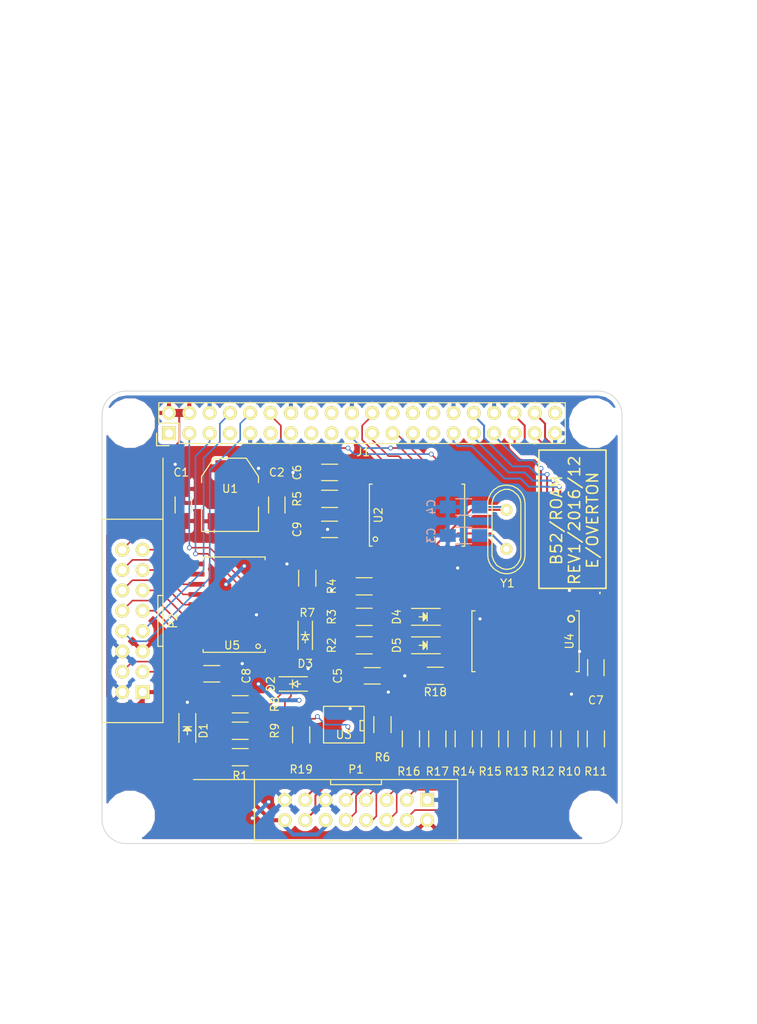
<source format=kicad_pcb>
(kicad_pcb (version 4) (host pcbnew 4.0.2-1.fc23-product)
  (layers (0 F.Cu signal) (31 B.Cu signal) (34 B.Paste user) (35 F.Paste user) (36 B.SilkS user) (37 F.SilkS user) (38 B.Mask user) (39 F.Mask user) (44 Edge.Cuts user))
  (net 0 "")
  (net 1 "Net-(J1-Pad1)")
  (net 2 "Net-(J1-Pad17)")
  (net 3 "Net-(J1-Pad27)")
  (net 4 "Net-(J1-Pad28)")
  (net 5 "Net-(J1-Pad40)")
  (net 6 +5V)
  (net 7 GND)
  (net 8 VCC)
  (net 9 /SDA1)
  (net 10 /SCL1)
  (net 11 /SPI0_MOSI)
  (net 12 /SPI0_MISO)
  (net 13 /SPI0_CLK)
  (net 14 "Net-(D1-Pad2)")
  (net 15 "Net-(J1-Pad7)")
  (net 16 "Net-(J1-Pad11)")
  (net 17 "Net-(J1-Pad13)")
  (net 18 "Net-(J1-Pad15)")
  (net 19 "Net-(J1-Pad16)")
  (net 20 "Net-(J1-Pad18)")
  (net 21 "Net-(J1-Pad24)")
  (net 22 "Net-(J1-Pad26)")
  (net 23 "Net-(C3-Pad1)")
  (net 24 "Net-(C4-Pad1)")
  (net 25 /CAN0_INT)
  (net 26 /CAN0_CE)
  (net 27 /PWM0)
  (net 28 /PWM1)
  (net 29 /PWM2)
  (net 30 /PWM3)
  (net 31 /PWM4)
  (net 32 /PWM5)
  (net 33 /PWM6)
  (net 34 /PWM7)
  (net 35 "Net-(R2-Pad1)")
  (net 36 /CAN0_RXCAN)
  (net 37 "Net-(R6-Pad1)")
  (net 38 "Net-(U3-Pad5)")
  (net 39 /CAN0_TXCAN)
  (net 40 "Net-(U2-Pad3)")
  (net 41 "Net-(U2-Pad4)")
  (net 42 "Net-(U2-Pad5)")
  (net 43 "Net-(U2-Pad6)")
  (net 44 "Net-(U2-Pad10)")
  (net 45 "Net-(U2-Pad11)")
  (net 46 /PWM0_OUT)
  (net 47 /PWM1_OUT)
  (net 48 /PWM2_OUT)
  (net 49 /PWM3_OUT)
  (net 50 /PWM4_OUT)
  (net 51 /PWM5_OUT)
  (net 52 /PWM6_OUT)
  (net 53 /PWM7_OUT)
  (net 54 "Net-(R10-Pad2)")
  (net 55 "Net-(R11-Pad2)")
  (net 56 "Net-(R12-Pad2)")
  (net 57 "Net-(R13-Pad2)")
  (net 58 "Net-(R14-Pad2)")
  (net 59 "Net-(C9-Pad1)")
  (net 60 /GPIO14TX)
  (net 61 /GPIO15RX)
  (net 62 /CANL)
  (net 63 /CANH)
  (net 64 /SCL1B)
  (net 65 /SDA1B)
  (net 66 /XGPIO0)
  (net 67 /XGPIO1)
  (net 68 /XGPIO2)
  (net 69 /XGPIO3)
  (net 70 /XGPIO4)
  (net 71 /XGPIO5)
  (net 72 /XGPIO6)
  (net 73 /XGPIO7)
  (net 74 "Net-(U5-Pad7)")
  (net 75 "Net-(U5-Pad8)")
  (net 76 "Net-(D4-Pad1)")
  (net 77 "Net-(D5-Pad2)")
  (net 78 "Net-(R7-Pad1)")
  (net 79 "Net-(R15-Pad2)")
  (net 80 "Net-(R16-Pad2)")
  (net 81 "Net-(R17-Pad2)")
  (module components:D300_16 (layer F.Cu) (at 127 96.774 180)
    (fp_text reference P1 (at 0 2.54 180) (layer F.SilkS))
    (fp_text value CONN_02X08)
    (pad 1 thru_hole rect (at -8.89 -1.27 180) (size 1.7272 1.7272) (drill 1.016) (layers *.Cu *.Mask F.SilkS) (net 7 GND))
    (pad 2 thru_hole circle (at -8.89 -3.81 180) (size 1.7272 1.7272) (drill 1.016) (layers *.Cu *.Mask F.SilkS) (net 6 +5V))
    (pad 3 thru_hole circle (at -6.35 -1.27 180) (size 1.7272 1.7272) (drill 1.016) (layers *.Cu *.Mask F.SilkS) (net 46 /PWM0_OUT))
    (pad 4 thru_hole circle (at -6.35 -3.81 180) (size 1.7272 1.7272) (drill 1.016) (layers *.Cu *.Mask F.SilkS) (net 47 /PWM1_OUT))
    (pad 5 thru_hole circle (at -3.81 -1.27 180) (size 1.7272 1.7272) (drill 1.016) (layers *.Cu *.Mask F.SilkS) (net 48 /PWM2_OUT))
    (pad 6 thru_hole circle (at -3.81 -3.81 180) (size 1.7272 1.7272) (drill 1.016) (layers *.Cu *.Mask F.SilkS) (net 49 /PWM3_OUT))
    (pad 7 thru_hole circle (at -1.27 -1.27 180) (size 1.7272 1.7272) (drill 1.016) (layers *.Cu *.Mask F.SilkS) (net 50 /PWM4_OUT))
    (pad 8 thru_hole circle (at -1.27 -3.81 180) (size 1.7272 1.7272) (drill 1.016) (layers *.Cu *.Mask F.SilkS) (net 51 /PWM5_OUT))
    (pad 9 thru_hole circle (at 1.27 -1.27 180) (size 1.7272 1.7272) (drill 1.016) (layers *.Cu *.Mask F.SilkS) (net 52 /PWM6_OUT))
    (pad 10 thru_hole circle (at 1.27 -3.81 180) (size 1.7272 1.7272) (drill 1.016) (layers *.Cu *.Mask F.SilkS) (net 53 /PWM7_OUT))
    (pad 11 thru_hole circle (at 3.81 -1.27 180) (size 1.7272 1.7272) (drill 1.016) (layers *.Cu *.Mask F.SilkS) (net 7 GND))
    (pad 12 thru_hole circle (at 3.81 -3.81 180) (size 1.7272 1.7272) (drill 1.016) (layers *.Cu *.Mask F.SilkS) (net 8 VCC))
    (pad 13 thru_hole circle (at 6.35 -1.27 180) (size 1.7272 1.7272) (drill 1.016) (layers *.Cu *.Mask F.SilkS) (net 62 /CANL))
    (pad 14 thru_hole circle (at 6.35 -3.81 180) (size 1.7272 1.7272) (drill 1.016) (layers *.Cu *.Mask F.SilkS) (net 63 /CANH))
    (pad 15 thru_hole circle (at 8.89 -1.27 180) (size 1.7272 1.7272) (drill 1.016) (layers *.Cu *.Mask F.SilkS) (net 7 GND))
    (pad 16 thru_hole circle (at 8.89 -3.81 180) (size 1.7272 1.7272) (drill 1.016) (layers *.Cu *.Mask F.SilkS) (net 8 VCC))
  )
  (module components:SOIC20 (layer F.Cu) (at 148.082 78.232 270)
    (fp_text reference U4 (at 0 -5.588 270) (layer F.SilkS) (effects (font (thickness 0.1524))))
    (fp_text value 74HCT541_PWR)
    (pad 1 smd rect (at -4.685 -5.715 270) (size 1.98 0.53) (layers F.Cu F.Paste F.Mask) (net 7 GND))
    (pad 2 smd rect (at -4.685 -4.445 270) (size 1.98 0.53) (layers F.Cu F.Paste F.Mask) (net 27 /PWM0))
    (pad 3 smd rect (at -4.685 -3.175 270) (size 1.98 0.53) (layers F.Cu F.Paste F.Mask) (net 28 /PWM1))
    (pad 4 smd rect (at -4.685 -1.905 270) (size 1.98 0.53) (layers F.Cu F.Paste F.Mask) (net 29 /PWM2))
    (pad 5 smd rect (at -4.685 -0.635 270) (size 1.98 0.53) (layers F.Cu F.Paste F.Mask) (net 30 /PWM3))
    (pad 6 smd rect (at -4.685 0.635 270) (size 1.98 0.53) (layers F.Cu F.Paste F.Mask) (net 31 /PWM4))
    (pad 7 smd rect (at -4.685 1.905 270) (size 1.98 0.53) (layers F.Cu F.Paste F.Mask) (net 32 /PWM5))
    (pad 8 smd rect (at -4.685 3.175 270) (size 1.98 0.53) (layers F.Cu F.Paste F.Mask) (net 33 /PWM6))
    (pad 9 smd rect (at -4.685 4.445 270) (size 1.98 0.53) (layers F.Cu F.Paste F.Mask) (net 34 /PWM7))
    (pad 10 smd rect (at -4.685 5.715 270) (size 1.98 0.53) (layers F.Cu F.Paste F.Mask) (net 7 GND))
    (pad 11 smd rect (at 4.685 5.715 270) (size 1.98 0.53) (layers F.Cu F.Paste F.Mask) (net 81 "Net-(R17-Pad2)"))
    (pad 12 smd rect (at 4.685 4.445 270) (size 1.98 0.53) (layers F.Cu F.Paste F.Mask) (net 80 "Net-(R16-Pad2)"))
    (pad 13 smd rect (at 4.685 3.175 270) (size 1.98 0.53) (layers F.Cu F.Paste F.Mask) (net 79 "Net-(R15-Pad2)"))
    (pad 14 smd rect (at 4.685 1.905 270) (size 1.98 0.53) (layers F.Cu F.Paste F.Mask) (net 58 "Net-(R14-Pad2)"))
    (pad 15 smd rect (at 4.685 0.635 270) (size 1.98 0.53) (layers F.Cu F.Paste F.Mask) (net 57 "Net-(R13-Pad2)"))
    (pad 16 smd rect (at 4.685 -0.635 270) (size 1.98 0.53) (layers F.Cu F.Paste F.Mask) (net 56 "Net-(R12-Pad2)"))
    (pad 17 smd rect (at 4.685 -1.905 270) (size 1.98 0.53) (layers F.Cu F.Paste F.Mask) (net 55 "Net-(R11-Pad2)"))
    (pad 18 smd rect (at 4.685 -3.175 270) (size 1.98 0.53) (layers F.Cu F.Paste F.Mask) (net 54 "Net-(R10-Pad2)"))
    (pad 19 smd rect (at 4.685 -4.445 270) (size 1.98 0.53) (layers F.Cu F.Paste F.Mask) (net 7 GND))
    (pad 20 smd rect (at 4.685 -5.715 270) (size 1.98 0.53) (layers F.Cu F.Paste F.Mask) (net 6 +5V))
  )
  (module components:SOIC-18 (layer F.Cu) (at 134.62 62.484 90)
    (fp_text reference U2 (at 0 -4.826 90) (layer F.SilkS))
    (fp_text value MCP2515)
    (pad 1 smd rect (at -4.7 -5.08 90) (size 2 0.6) (layers F.Cu F.Paste F.Mask) (net 39 /CAN0_TXCAN))
    (pad 2 smd rect (at -4.7 -3.81 90) (size 2 0.6) (layers F.Cu F.Paste F.Mask) (net 36 /CAN0_RXCAN))
    (pad 3 smd rect (at -4.7 -2.54 90) (size 2 0.6) (layers F.Cu F.Paste F.Mask) (net 40 "Net-(U2-Pad3)"))
    (pad 4 smd rect (at -4.7 -1.27 90) (size 2 0.6) (layers F.Cu F.Paste F.Mask) (net 41 "Net-(U2-Pad4)"))
    (pad 5 smd rect (at -4.7 0 90) (size 2 0.6) (layers F.Cu F.Paste F.Mask) (net 42 "Net-(U2-Pad5)"))
    (pad 6 smd rect (at -4.7 1.27 90) (size 2 0.6) (layers F.Cu F.Paste F.Mask) (net 43 "Net-(U2-Pad6)"))
    (pad 7 smd rect (at -4.7 2.54 90) (size 2 0.6) (layers F.Cu F.Paste F.Mask) (net 24 "Net-(C4-Pad1)"))
    (pad 8 smd rect (at -4.7 3.81 90) (size 2 0.6) (layers F.Cu F.Paste F.Mask) (net 23 "Net-(C3-Pad1)"))
    (pad 9 smd rect (at -4.7 5.08 90) (size 2 0.6) (layers F.Cu F.Paste F.Mask) (net 7 GND))
    (pad 10 smd rect (at 4.7 5.08 90) (size 2 0.6) (layers F.Cu F.Paste F.Mask) (net 44 "Net-(U2-Pad10)"))
    (pad 11 smd rect (at 4.7 3.81 90) (size 2 0.6) (layers F.Cu F.Paste F.Mask) (net 45 "Net-(U2-Pad11)"))
    (pad 12 smd rect (at 4.7 2.54 90) (size 2 0.6) (layers F.Cu F.Paste F.Mask) (net 25 /CAN0_INT))
    (pad 13 smd rect (at 4.7 1.27 90) (size 2 0.6) (layers F.Cu F.Paste F.Mask) (net 13 /SPI0_CLK))
    (pad 14 smd rect (at 4.7 0 90) (size 2 0.6) (layers F.Cu F.Paste F.Mask) (net 11 /SPI0_MOSI))
    (pad 15 smd rect (at 4.7 -1.27 90) (size 2 0.6) (layers F.Cu F.Paste F.Mask) (net 12 /SPI0_MISO))
    (pad 16 smd rect (at 4.7 -2.54 90) (size 2 0.6) (layers F.Cu F.Paste F.Mask) (net 26 /CAN0_CE))
    (pad 17 smd rect (at 4.7 -3.81 90) (size 2 0.6) (layers F.Cu F.Paste F.Mask) (net 59 "Net-(C9-Pad1)"))
    (pad 18 smd rect (at 4.7 -5.08 90) (size 2 0.6) (layers F.Cu F.Paste F.Mask) (net 8 VCC))
  )
  (module RPi_Hat:Pin_Header_Straight_2x20 (layer F.Cu) (at 127.75 50.99 90)
    (fp_text reference J1 (at -3.62 0.139 180) (layer F.SilkS))
    (fp_text value RPi_GPIO)
    (pad 1 thru_hole rect (at -1.27 -24.13 90) (size 1.7272 1.7272) (drill 1.016) (layers *.Cu *.Mask F.SilkS) (net 1 "Net-(J1-Pad1)"))
    (pad 2 thru_hole oval (at 1.27 -24.13 90) (size 1.7272 1.7272) (drill 1.016) (layers *.Cu *.Mask F.SilkS) (net 6 +5V))
    (pad 3 thru_hole oval (at -1.27 -21.59 90) (size 1.7272 1.7272) (drill 1.016) (layers *.Cu *.Mask F.SilkS) (net 9 /SDA1))
    (pad 4 thru_hole oval (at 1.27 -21.59 90) (size 1.7272 1.7272) (drill 1.016) (layers *.Cu *.Mask F.SilkS) (net 6 +5V))
    (pad 5 thru_hole oval (at -1.27 -19.05 90) (size 1.7272 1.7272) (drill 1.016) (layers *.Cu *.Mask F.SilkS) (net 10 /SCL1))
    (pad 6 thru_hole oval (at 1.27 -19.05 90) (size 1.7272 1.7272) (drill 1.016) (layers *.Cu *.Mask F.SilkS) (net 7 GND))
    (pad 7 thru_hole oval (at -1.27 -16.51 90) (size 1.7272 1.7272) (drill 1.016) (layers *.Cu *.Mask F.SilkS) (net 15 "Net-(J1-Pad7)"))
    (pad 8 thru_hole oval (at 1.27 -16.51 90) (size 1.7272 1.7272) (drill 1.016) (layers *.Cu *.Mask F.SilkS) (net 60 /GPIO14TX))
    (pad 9 thru_hole oval (at -1.27 -13.97 90) (size 1.7272 1.7272) (drill 1.016) (layers *.Cu *.Mask F.SilkS) (net 7 GND))
    (pad 10 thru_hole oval (at 1.27 -13.97 90) (size 1.7272 1.7272) (drill 1.016) (layers *.Cu *.Mask F.SilkS) (net 61 /GPIO15RX))
    (pad 11 thru_hole oval (at -1.27 -11.43 90) (size 1.7272 1.7272) (drill 1.016) (layers *.Cu *.Mask F.SilkS) (net 16 "Net-(J1-Pad11)"))
    (pad 12 thru_hole oval (at 1.27 -11.43 90) (size 1.7272 1.7272) (drill 1.016) (layers *.Cu *.Mask F.SilkS) (net 25 /CAN0_INT))
    (pad 13 thru_hole oval (at -1.27 -8.89 90) (size 1.7272 1.7272) (drill 1.016) (layers *.Cu *.Mask F.SilkS) (net 17 "Net-(J1-Pad13)"))
    (pad 14 thru_hole oval (at 1.27 -8.89 90) (size 1.7272 1.7272) (drill 1.016) (layers *.Cu *.Mask F.SilkS) (net 7 GND))
    (pad 15 thru_hole oval (at -1.27 -6.35 90) (size 1.7272 1.7272) (drill 1.016) (layers *.Cu *.Mask F.SilkS) (net 18 "Net-(J1-Pad15)"))
    (pad 16 thru_hole oval (at 1.27 -6.35 90) (size 1.7272 1.7272) (drill 1.016) (layers *.Cu *.Mask F.SilkS) (net 19 "Net-(J1-Pad16)"))
    (pad 17 thru_hole oval (at -1.27 -3.81 90) (size 1.7272 1.7272) (drill 1.016) (layers *.Cu *.Mask F.SilkS) (net 2 "Net-(J1-Pad17)"))
    (pad 18 thru_hole oval (at 1.27 -3.81 90) (size 1.7272 1.7272) (drill 1.016) (layers *.Cu *.Mask F.SilkS) (net 20 "Net-(J1-Pad18)"))
    (pad 19 thru_hole oval (at -1.27 -1.27 90) (size 1.7272 1.7272) (drill 1.016) (layers *.Cu *.Mask F.SilkS) (net 11 /SPI0_MOSI))
    (pad 20 thru_hole oval (at 1.27 -1.27 90) (size 1.7272 1.7272) (drill 1.016) (layers *.Cu *.Mask F.SilkS) (net 7 GND))
    (pad 21 thru_hole oval (at -1.27 1.27 90) (size 1.7272 1.7272) (drill 1.016) (layers *.Cu *.Mask F.SilkS) (net 12 /SPI0_MISO))
    (pad 22 thru_hole oval (at 1.27 1.27 90) (size 1.7272 1.7272) (drill 1.016) (layers *.Cu *.Mask F.SilkS) (net 26 /CAN0_CE))
    (pad 23 thru_hole oval (at -1.27 3.81 90) (size 1.7272 1.7272) (drill 1.016) (layers *.Cu *.Mask F.SilkS) (net 13 /SPI0_CLK))
    (pad 24 thru_hole oval (at 1.27 3.81 90) (size 1.7272 1.7272) (drill 1.016) (layers *.Cu *.Mask F.SilkS) (net 21 "Net-(J1-Pad24)"))
    (pad 25 thru_hole oval (at -1.27 6.35 90) (size 1.7272 1.7272) (drill 1.016) (layers *.Cu *.Mask F.SilkS) (net 7 GND))
    (pad 26 thru_hole oval (at 1.27 6.35 90) (size 1.7272 1.7272) (drill 1.016) (layers *.Cu *.Mask F.SilkS) (net 22 "Net-(J1-Pad26)"))
    (pad 27 thru_hole oval (at -1.27 8.89 90) (size 1.7272 1.7272) (drill 1.016) (layers *.Cu *.Mask F.SilkS) (net 3 "Net-(J1-Pad27)"))
    (pad 28 thru_hole oval (at 1.27 8.89 90) (size 1.7272 1.7272) (drill 1.016) (layers *.Cu *.Mask F.SilkS) (net 4 "Net-(J1-Pad28)"))
    (pad 29 thru_hole oval (at -1.27 11.43 90) (size 1.7272 1.7272) (drill 1.016) (layers *.Cu *.Mask F.SilkS) (net 27 /PWM0))
    (pad 30 thru_hole oval (at 1.27 11.43 90) (size 1.7272 1.7272) (drill 1.016) (layers *.Cu *.Mask F.SilkS) (net 7 GND))
    (pad 31 thru_hole oval (at -1.27 13.97 90) (size 1.7272 1.7272) (drill 1.016) (layers *.Cu *.Mask F.SilkS) (net 28 /PWM1))
    (pad 32 thru_hole oval (at 1.27 13.97 90) (size 1.7272 1.7272) (drill 1.016) (layers *.Cu *.Mask F.SilkS) (net 29 /PWM2))
    (pad 33 thru_hole oval (at -1.27 16.51 90) (size 1.7272 1.7272) (drill 1.016) (layers *.Cu *.Mask F.SilkS) (net 30 /PWM3))
    (pad 34 thru_hole oval (at 1.27 16.51 90) (size 1.7272 1.7272) (drill 1.016) (layers *.Cu *.Mask F.SilkS) (net 7 GND))
    (pad 35 thru_hole oval (at -1.27 19.05 90) (size 1.7272 1.7272) (drill 1.016) (layers *.Cu *.Mask F.SilkS) (net 31 /PWM4))
    (pad 36 thru_hole oval (at 1.27 19.05 90) (size 1.7272 1.7272) (drill 1.016) (layers *.Cu *.Mask F.SilkS) (net 32 /PWM5))
    (pad 37 thru_hole oval (at -1.27 21.59 90) (size 1.7272 1.7272) (drill 1.016) (layers *.Cu *.Mask F.SilkS) (net 33 /PWM6))
    (pad 38 thru_hole oval (at 1.27 21.59 90) (size 1.7272 1.7272) (drill 1.016) (layers *.Cu *.Mask F.SilkS) (net 34 /PWM7))
    (pad 39 thru_hole oval (at -1.27 24.13 90) (size 1.7272 1.7272) (drill 1.016) (layers *.Cu *.Mask F.SilkS) (net 7 GND))
    (pad 40 thru_hole oval (at 1.27 24.13 90) (size 1.7272 1.7272) (drill 1.016) (layers *.Cu *.Mask F.SilkS) (net 5 "Net-(J1-Pad40)"))
  )
  (module RPi_Hat:RPi_Hat_Mounting_Hole (layer F.Cu) (at 156.75 50.99)
    (fp_text reference "" hide)
    (fp_text value "" hide)
    (pad "" np_thru_hole circle (at 0 0) (size 2.75 2.75) (drill 2.75) (layers *.Cu *.Mask) (clearance 1.725))
  )
  (module RPi_Hat:RPi_Hat_Mounting_Hole (layer F.Cu) (at 156.75 99.99)
    (fp_text reference "" hide)
    (fp_text value "" hide)
    (pad "" np_thru_hole circle (at 0 0) (size 2.75 2.75) (drill 2.75) (layers *.Cu *.Mask) (clearance 1.725))
  )
  (module RPi_Hat:RPi_Hat_Mounting_Hole (layer F.Cu) (at 98.75 99.99)
    (fp_text reference "" hide)
    (fp_text value "" hide)
    (pad "" np_thru_hole circle (at 0 0) (size 2.75 2.75) (drill 2.75) (layers *.Cu *.Mask) (clearance 1.725))
  )
  (module RPi_Hat:RPi_Hat_Mounting_Hole (layer F.Cu) (at 98.75 50.99)
    (fp_text reference "" hide)
    (fp_text value "" hide)
    (pad "" np_thru_hole circle (at 0 0) (size 2.75 2.75) (drill 2.75) (layers *.Cu *.Mask) (clearance 1.725))
  )
  (module TO_SOT_Packages_SMD:SOT-223 (layer F.Cu) (at 111.252 59.944)
    (fp_text reference U1 (at 0 -0.762) (layer F.SilkS))
    (fp_text value MCP1754ST-3302E/MB)
    (pad 4 smd rect (at 0 -3.302) (size 3.6576 2.032) (layers F.Cu F.Paste F.Mask) (net 7 GND))
    (pad 2 smd rect (at 0 3.302) (size 1.016 2.032) (layers F.Cu F.Paste F.Mask) (net 7 GND))
    (pad 3 smd rect (at 2.286 3.302) (size 1.016 2.032) (layers F.Cu F.Paste F.Mask) (net 8 VCC))
    (pad 1 smd rect (at -2.286 3.302) (size 1.016 2.032) (layers F.Cu F.Paste F.Mask) (net 6 +5V))
  )
  (module LEDs:LED_1206 (layer F.Cu) (at 105.918 89.408 270)
    (fp_text reference D1 (at 0 -2 270) (layer F.SilkS))
    (fp_text value LED)
    (pad 2 smd rect (at 1.41986 0 90) (size 1.59766 1.80086) (layers F.Cu F.Paste F.Mask) (net 14 "Net-(D1-Pad2)"))
    (pad 1 smd rect (at -1.41986 0 90) (size 1.59766 1.80086) (layers F.Cu F.Paste F.Mask) (net 7 GND))
  )
  (module Resistors_SMD:R_1206_HandSoldering (layer F.Cu) (at 112.522 92.71 180)
    (fp_text reference R1 (at 0 -2.3 180) (layer F.SilkS))
    (fp_text value 100R)
    (pad 1 smd rect (at -2 0 180) (size 2 1.7) (layers F.Cu F.Paste F.Mask) (net 8 VCC))
    (pad 2 smd rect (at 2 0 180) (size 2 1.7) (layers F.Cu F.Paste F.Mask) (net 14 "Net-(D1-Pad2)"))
  )
  (module Capacitors_SMD:C_1206_HandSoldering (layer B.Cu) (at 140.462 65.024 180)
    (fp_text reference C3 (at 4.064 0 270) (layer B.SilkS) (effects (justify mirror)))
    (fp_text value 22p)
    (pad 1 smd rect (at -2 0 180) (size 2 1.6) (layers B.Cu B.Paste B.Mask) (net 23 "Net-(C3-Pad1)"))
    (pad 2 smd rect (at 2 0 180) (size 2 1.6) (layers B.Cu B.Paste B.Mask) (net 7 GND))
  )
  (module Capacitors_SMD:C_1206_HandSoldering (layer B.Cu) (at 140.462 61.468 180)
    (fp_text reference C4 (at 4.064 0 450) (layer B.SilkS) (effects (justify mirror)))
    (fp_text value 22p)
    (pad 1 smd rect (at -2 0 180) (size 2 1.6) (layers B.Cu B.Paste B.Mask) (net 24 "Net-(C4-Pad1)"))
    (pad 2 smd rect (at 2 0 180) (size 2 1.6) (layers B.Cu B.Paste B.Mask) (net 7 GND))
  )
  (module Capacitors_SMD:C_1206_HandSoldering (layer F.Cu) (at 129.032 82.55)
    (fp_text reference C5 (at -4.318 0 90) (layer F.SilkS))
    (fp_text value 100n)
    (pad 1 smd rect (at -2 0) (size 2 1.6) (layers F.Cu F.Paste F.Mask) (net 6 +5V))
    (pad 2 smd rect (at 2 0) (size 2 1.6) (layers F.Cu F.Paste F.Mask) (net 7 GND))
  )
  (module Capacitors_SMD:C_1206_HandSoldering (layer F.Cu) (at 123.698 57.15 180)
    (fp_text reference C6 (at 4.064 0 270) (layer F.SilkS))
    (fp_text value 100n)
    (pad 1 smd rect (at -2 0 180) (size 2 1.6) (layers F.Cu F.Paste F.Mask) (net 8 VCC))
    (pad 2 smd rect (at 2 0 180) (size 2 1.6) (layers F.Cu F.Paste F.Mask) (net 7 GND))
  )
  (module Capacitors_SMD:C_1206_HandSoldering (layer F.Cu) (at 156.972 81.534 90)
    (fp_text reference C7 (at -4.064 0 180) (layer F.SilkS))
    (fp_text value 100n)
    (pad 1 smd rect (at -2 0 90) (size 2 1.6) (layers F.Cu F.Paste F.Mask) (net 6 +5V))
    (pad 2 smd rect (at 2 0 90) (size 2 1.6) (layers F.Cu F.Paste F.Mask) (net 7 GND))
  )
  (module Capacitors_SMD:C_1206_HandSoldering (layer F.Cu) (at 108.966 82.296)
    (fp_text reference C8 (at 4.318 0.254 90) (layer F.SilkS))
    (fp_text value 100n)
    (pad 1 smd rect (at -2 0) (size 2 1.6) (layers F.Cu F.Paste F.Mask) (net 8 VCC))
    (pad 2 smd rect (at 2 0) (size 2 1.6) (layers F.Cu F.Paste F.Mask) (net 7 GND))
  )
  (module Capacitors_SMD:C_1206_HandSoldering (layer F.Cu) (at 123.698 64.262 180)
    (fp_text reference C9 (at 4.064 0 450) (layer F.SilkS))
    (fp_text value ?n)
    (pad 1 smd rect (at -2 0 180) (size 2 1.6) (layers F.Cu F.Paste F.Mask) (net 59 "Net-(C9-Pad1)"))
    (pad 2 smd rect (at 2 0 180) (size 2 1.6) (layers F.Cu F.Paste F.Mask) (net 7 GND))
  )
  (module LEDs:LED_1206 (layer F.Cu) (at 135.382 75.184 180)
    (fp_text reference D4 (at 3.302 0 270) (layer F.SilkS))
    (fp_text value LED)
    (pad 2 smd rect (at 1.41986 0) (size 1.59766 1.80086) (layers F.Cu F.Paste F.Mask) (net 39 /CAN0_TXCAN))
    (pad 1 smd rect (at -1.41986 0) (size 1.59766 1.80086) (layers F.Cu F.Paste F.Mask) (net 76 "Net-(D4-Pad1)"))
  )
  (module LEDs:LED_1206 (layer F.Cu) (at 135.382 78.74 180)
    (fp_text reference D5 (at 3.302 0 270) (layer F.SilkS))
    (fp_text value LED)
    (pad 2 smd rect (at 1.41986 0) (size 1.59766 1.80086) (layers F.Cu F.Paste F.Mask) (net 77 "Net-(D5-Pad2)"))
    (pad 1 smd rect (at -1.41986 0) (size 1.59766 1.80086) (layers F.Cu F.Paste F.Mask) (net 39 /CAN0_TXCAN))
  )
  (module Resistors_SMD:R_1206_HandSoldering (layer F.Cu) (at 128.016 78.74)
    (fp_text reference R2 (at -4.064 0 90) (layer F.SilkS))
    (fp_text value 200R)
    (pad 1 smd rect (at -2 0) (size 2 1.7) (layers F.Cu F.Paste F.Mask) (net 35 "Net-(R2-Pad1)"))
    (pad 2 smd rect (at 2 0) (size 2 1.7) (layers F.Cu F.Paste F.Mask) (net 77 "Net-(D5-Pad2)"))
  )
  (module Resistors_SMD:R_1206_HandSoldering (layer F.Cu) (at 128.016 75.184)
    (fp_text reference R3 (at -4.064 0 90) (layer F.SilkS))
    (fp_text value 4k7)
    (pad 1 smd rect (at -2 0) (size 2 1.7) (layers F.Cu F.Paste F.Mask) (net 35 "Net-(R2-Pad1)"))
    (pad 2 smd rect (at 2 0) (size 2 1.7) (layers F.Cu F.Paste F.Mask) (net 36 /CAN0_RXCAN))
  )
  (module Resistors_SMD:R_1206_HandSoldering (layer F.Cu) (at 128.016 71.374 180)
    (fp_text reference R4 (at 4.064 0 270) (layer F.SilkS))
    (fp_text value 4k7)
    (pad 1 smd rect (at -2 0 180) (size 2 1.7) (layers F.Cu F.Paste F.Mask) (net 36 /CAN0_RXCAN))
    (pad 2 smd rect (at 2 0 180) (size 2 1.7) (layers F.Cu F.Paste F.Mask) (net 7 GND))
  )
  (module Resistors_SMD:R_1206_HandSoldering (layer F.Cu) (at 123.698 60.452)
    (fp_text reference R5 (at -4.064 0 270) (layer F.SilkS))
    (fp_text value 4k7)
    (pad 1 smd rect (at -2 0) (size 2 1.7) (layers F.Cu F.Paste F.Mask) (net 8 VCC))
    (pad 2 smd rect (at 2 0) (size 2 1.7) (layers F.Cu F.Paste F.Mask) (net 59 "Net-(C9-Pad1)"))
  )
  (module Resistors_SMD:R_1206_HandSoldering (layer F.Cu) (at 130.302 88.646 90)
    (fp_text reference R6 (at -4.064 0 180) (layer F.SilkS))
    (fp_text value 4k7)
    (pad 1 smd rect (at -2 0 90) (size 2 1.7) (layers F.Cu F.Paste F.Mask) (net 37 "Net-(R6-Pad1)"))
    (pad 2 smd rect (at 2 0 90) (size 2 1.7) (layers F.Cu F.Paste F.Mask) (net 7 GND))
  )
  (module Resistors_SMD:R_1206_HandSoldering (layer F.Cu) (at 120.904 70.358 90)
    (fp_text reference R7 (at -4.318 0 180) (layer F.SilkS))
    (fp_text value 4k7)
    (pad 1 smd rect (at -2 0 90) (size 2 1.7) (layers F.Cu F.Paste F.Mask) (net 78 "Net-(R7-Pad1)"))
    (pad 2 smd rect (at 2 0 90) (size 2 1.7) (layers F.Cu F.Paste F.Mask) (net 8 VCC))
  )
  (module Resistors_SMD:R_1206_HandSoldering (layer F.Cu) (at 112.522 86.106)
    (fp_text reference R8 (at 4.318 0 90) (layer F.SilkS))
    (fp_text value 100R)
    (pad 1 smd rect (at -2 0) (size 2 1.7) (layers F.Cu F.Paste F.Mask) (net 64 /SCL1B))
    (pad 2 smd rect (at 2 0) (size 2 1.7) (layers F.Cu F.Paste F.Mask) (net 10 /SCL1))
  )
  (module Resistors_SMD:R_1206_HandSoldering (layer F.Cu) (at 112.522 89.408)
    (fp_text reference R9 (at 4.318 0 90) (layer F.SilkS))
    (fp_text value 100R)
    (pad 1 smd rect (at -2 0) (size 2 1.7) (layers F.Cu F.Paste F.Mask) (net 65 /SDA1B))
    (pad 2 smd rect (at 2 0) (size 2 1.7) (layers F.Cu F.Paste F.Mask) (net 9 /SDA1))
  )
  (module Resistors_SMD:R_1206_HandSoldering (layer F.Cu) (at 153.67 90.424 90)
    (fp_text reference R10 (at -4.064 0 180) (layer F.SilkS))
    (fp_text value 100R)
    (pad 1 smd rect (at -2 0 90) (size 2 1.7) (layers F.Cu F.Paste F.Mask) (net 46 /PWM0_OUT))
    (pad 2 smd rect (at 2 0 90) (size 2 1.7) (layers F.Cu F.Paste F.Mask) (net 54 "Net-(R10-Pad2)"))
  )
  (module Resistors_SMD:R_1206_HandSoldering (layer F.Cu) (at 156.972 90.424 90)
    (fp_text reference R11 (at -4.064 0 180) (layer F.SilkS))
    (fp_text value 100R)
    (pad 1 smd rect (at -2 0 90) (size 2 1.7) (layers F.Cu F.Paste F.Mask) (net 47 /PWM1_OUT))
    (pad 2 smd rect (at 2 0 90) (size 2 1.7) (layers F.Cu F.Paste F.Mask) (net 55 "Net-(R11-Pad2)"))
  )
  (module Resistors_SMD:R_1206_HandSoldering (layer F.Cu) (at 150.368 90.424 90)
    (fp_text reference R12 (at -4.064 0 360) (layer F.SilkS))
    (fp_text value 100R)
    (pad 1 smd rect (at -2 0 90) (size 2 1.7) (layers F.Cu F.Paste F.Mask) (net 48 /PWM2_OUT))
    (pad 2 smd rect (at 2 0 90) (size 2 1.7) (layers F.Cu F.Paste F.Mask) (net 56 "Net-(R12-Pad2)"))
  )
  (module Resistors_SMD:R_1206_HandSoldering (layer F.Cu) (at 147.066 90.424 90)
    (fp_text reference R13 (at -4.064 0 180) (layer F.SilkS))
    (fp_text value 100R)
    (pad 1 smd rect (at -2 0 90) (size 2 1.7) (layers F.Cu F.Paste F.Mask) (net 49 /PWM3_OUT))
    (pad 2 smd rect (at 2 0 90) (size 2 1.7) (layers F.Cu F.Paste F.Mask) (net 57 "Net-(R13-Pad2)"))
  )
  (module Resistors_SMD:R_1206_HandSoldering (layer F.Cu) (at 140.462 90.424 90)
    (fp_text reference R14 (at -4.064 0 180) (layer F.SilkS))
    (fp_text value 100R)
    (pad 1 smd rect (at -2 0 90) (size 2 1.7) (layers F.Cu F.Paste F.Mask) (net 50 /PWM4_OUT))
    (pad 2 smd rect (at 2 0 90) (size 2 1.7) (layers F.Cu F.Paste F.Mask) (net 58 "Net-(R14-Pad2)"))
  )
  (module Resistors_SMD:R_1206_HandSoldering (layer F.Cu) (at 143.764 90.424 90)
    (fp_text reference R15 (at -4.064 0 180) (layer F.SilkS))
    (fp_text value 100R)
    (pad 1 smd rect (at -2 0 90) (size 2 1.7) (layers F.Cu F.Paste F.Mask) (net 51 /PWM5_OUT))
    (pad 2 smd rect (at 2 0 90) (size 2 1.7) (layers F.Cu F.Paste F.Mask) (net 79 "Net-(R15-Pad2)"))
  )
  (module Resistors_SMD:R_1206_HandSoldering (layer F.Cu) (at 133.858 90.424 90)
    (fp_text reference R16 (at -4.064 -0.254 180) (layer F.SilkS))
    (fp_text value 100R)
    (pad 1 smd rect (at -2 0 90) (size 2 1.7) (layers F.Cu F.Paste F.Mask) (net 52 /PWM6_OUT))
    (pad 2 smd rect (at 2 0 90) (size 2 1.7) (layers F.Cu F.Paste F.Mask) (net 80 "Net-(R16-Pad2)"))
  )
  (module Resistors_SMD:R_1206_HandSoldering (layer F.Cu) (at 137.16 90.424 90)
    (fp_text reference R17 (at -4.064 0 180) (layer F.SilkS))
    (fp_text value 100R)
    (pad 1 smd rect (at -2 0 90) (size 2 1.7) (layers F.Cu F.Paste F.Mask) (net 53 /PWM7_OUT))
    (pad 2 smd rect (at 2 0 90) (size 2 1.7) (layers F.Cu F.Paste F.Mask) (net 81 "Net-(R17-Pad2)"))
  )
  (module Resistors_SMD:R_1206_HandSoldering (layer F.Cu) (at 136.906 82.55)
    (fp_text reference R18 (at 0 2.032) (layer F.SilkS))
    (fp_text value 200R)
    (pad 1 smd rect (at -2 0) (size 2 1.7) (layers F.Cu F.Paste F.Mask) (net 7 GND))
    (pad 2 smd rect (at 2 0) (size 2 1.7) (layers F.Cu F.Paste F.Mask) (net 76 "Net-(D4-Pad1)"))
  )
  (module Resistors_SMD:R_1206_HandSoldering (layer F.Cu) (at 120.142 89.916 90)
    (fp_text reference R19 (at -4.318 0 180) (layer F.SilkS))
    (fp_text value 120R)
    (pad 1 smd rect (at -2 0 90) (size 2 1.7) (layers F.Cu F.Paste F.Mask) (net 62 /CANL))
    (pad 2 smd rect (at 2 0 90) (size 2 1.7) (layers F.Cu F.Paste F.Mask) (net 63 /CANH))
  )
  (module SMD_Packages:SOIC-8-N (layer F.Cu) (at 125.476 88.646 180)
    (fp_text reference U3 (at 0 -1.27 180) (layer F.SilkS))
    (fp_text value MCP2551)
    (pad 8 smd rect (at -1.905 -3.175 180) (size 0.508 1.143) (layers F.Cu F.Paste F.Mask) (net 37 "Net-(R6-Pad1)"))
    (pad 7 smd rect (at -0.635 -3.175 180) (size 0.508 1.143) (layers F.Cu F.Paste F.Mask) (net 63 /CANH))
    (pad 6 smd rect (at 0.635 -3.175 180) (size 0.508 1.143) (layers F.Cu F.Paste F.Mask) (net 62 /CANL))
    (pad 5 smd rect (at 1.905 -3.175 180) (size 0.508 1.143) (layers F.Cu F.Paste F.Mask) (net 38 "Net-(U3-Pad5)"))
    (pad 4 smd rect (at 1.905 3.175 180) (size 0.508 1.143) (layers F.Cu F.Paste F.Mask) (net 35 "Net-(R2-Pad1)"))
    (pad 3 smd rect (at 0.635 3.175 180) (size 0.508 1.143) (layers F.Cu F.Paste F.Mask) (net 6 +5V))
    (pad 2 smd rect (at -0.635 3.175 180) (size 0.508 1.143) (layers F.Cu F.Paste F.Mask) (net 7 GND))
    (pad 1 smd rect (at -1.905 3.175 180) (size 0.508 1.143) (layers F.Cu F.Paste F.Mask) (net 39 /CAN0_TXCAN))
  )
  (module components:SOIC-18 (layer F.Cu) (at 111.76 73.66 180)
    (fp_text reference U5 (at 0.254 -5.08 180) (layer F.SilkS))
    (fp_text value MCP23008)
    (pad 1 smd rect (at -4.7 -5.08 180) (size 2 0.6) (layers F.Cu F.Paste F.Mask) (net 10 /SCL1))
    (pad 2 smd rect (at -4.7 -3.81 180) (size 2 0.6) (layers F.Cu F.Paste F.Mask) (net 9 /SDA1))
    (pad 3 smd rect (at -4.7 -2.54 180) (size 2 0.6) (layers F.Cu F.Paste F.Mask) (net 7 GND))
    (pad 4 smd rect (at -4.7 -1.27 180) (size 2 0.6) (layers F.Cu F.Paste F.Mask) (net 7 GND))
    (pad 5 smd rect (at -4.7 0 180) (size 2 0.6) (layers F.Cu F.Paste F.Mask) (net 7 GND))
    (pad 6 smd rect (at -4.7 1.27 180) (size 2 0.6) (layers F.Cu F.Paste F.Mask) (net 78 "Net-(R7-Pad1)"))
    (pad 7 smd rect (at -4.7 2.54 180) (size 2 0.6) (layers F.Cu F.Paste F.Mask) (net 74 "Net-(U5-Pad7)"))
    (pad 8 smd rect (at -4.7 3.81 180) (size 2 0.6) (layers F.Cu F.Paste F.Mask) (net 75 "Net-(U5-Pad8)"))
    (pad 9 smd rect (at -4.7 5.08 180) (size 2 0.6) (layers F.Cu F.Paste F.Mask) (net 7 GND))
    (pad 10 smd rect (at 4.7 5.08 180) (size 2 0.6) (layers F.Cu F.Paste F.Mask) (net 66 /XGPIO0))
    (pad 11 smd rect (at 4.7 3.81 180) (size 2 0.6) (layers F.Cu F.Paste F.Mask) (net 67 /XGPIO1))
    (pad 12 smd rect (at 4.7 2.54 180) (size 2 0.6) (layers F.Cu F.Paste F.Mask) (net 68 /XGPIO2))
    (pad 13 smd rect (at 4.7 1.27 180) (size 2 0.6) (layers F.Cu F.Paste F.Mask) (net 69 /XGPIO3))
    (pad 14 smd rect (at 4.7 0 180) (size 2 0.6) (layers F.Cu F.Paste F.Mask) (net 70 /XGPIO4))
    (pad 15 smd rect (at 4.7 -1.27 180) (size 2 0.6) (layers F.Cu F.Paste F.Mask) (net 71 /XGPIO5))
    (pad 16 smd rect (at 4.7 -2.54 180) (size 2 0.6) (layers F.Cu F.Paste F.Mask) (net 72 /XGPIO6))
    (pad 17 smd rect (at 4.7 -3.81 180) (size 2 0.6) (layers F.Cu F.Paste F.Mask) (net 73 /XGPIO7))
    (pad 18 smd rect (at 4.7 -5.08 180) (size 2 0.6) (layers F.Cu F.Paste F.Mask) (net 8 VCC))
  )
  (module Crystals:Crystal_HC49-U_Vertical (layer F.Cu) (at 145.796 64.262 270)
    (fp_text reference Y1 (at 6.731 -0.127 360) (layer F.SilkS))
    (fp_text value 16MHz)
    (pad 1 thru_hole circle (at -2.44094 0 270) (size 1.50114 1.50114) (drill 0.8001) (layers *.Cu *.Mask F.SilkS) (net 24 "Net-(C4-Pad1)"))
    (pad 2 thru_hole circle (at 2.44094 0 270) (size 1.50114 1.50114) (drill 0.8001) (layers *.Cu *.Mask F.SilkS) (net 23 "Net-(C3-Pad1)"))
  )
  (module Capacitors_SMD:C_1206_HandSoldering (layer F.Cu) (at 105.41 61.214 90)
    (fp_text reference C1 (at 4.064 -0.254 180) (layer F.SilkS))
    (fp_text value 1u)
    (pad 1 smd rect (at -2 0 90) (size 2 1.6) (layers F.Cu F.Paste F.Mask) (net 6 +5V))
    (pad 2 smd rect (at 2 0 90) (size 2 1.6) (layers F.Cu F.Paste F.Mask) (net 7 GND))
  )
  (module Capacitors_SMD:C_1206_HandSoldering (layer F.Cu) (at 117.094 61.214 90)
    (fp_text reference C2 (at 4.064 0 180) (layer F.SilkS))
    (fp_text value 1u)
    (pad 1 smd rect (at -2 0 90) (size 2 1.6) (layers F.Cu F.Paste F.Mask) (net 8 VCC))
    (pad 2 smd rect (at 2 0 90) (size 2 1.6) (layers F.Cu F.Paste F.Mask) (net 7 GND))
  )
  (module Diodes_SMD:SOD-123 (layer F.Cu) (at 119.38 83.566)
    (fp_text reference D2 (at -3.048 0 90) (layer F.SilkS))
    (fp_text value 3.3v)
    (pad 1 smd rect (at -1.635 0) (size 0.91 1.22) (layers F.Cu F.Paste F.Mask) (net 10 /SCL1))
    (pad 2 smd rect (at 1.635 0) (size 0.91 1.22) (layers F.Cu F.Paste F.Mask) (net 7 GND))
  )
  (module Diodes_SMD:SOD-123 (layer F.Cu) (at 120.65 77.724 270)
    (fp_text reference D3 (at 3.302 0 360) (layer F.SilkS))
    (fp_text value 3.3v)
    (pad 1 smd rect (at -1.635 0 270) (size 0.91 1.22) (layers F.Cu F.Paste F.Mask) (net 9 /SDA1))
    (pad 2 smd rect (at 1.635 0 270) (size 0.91 1.22) (layers F.Cu F.Paste F.Mask) (net 7 GND))
  )
  (module components:D300_16 (layer F.Cu) (at 101.6 75.692 90)
    (fp_text reference P2 (at 0 2.54 90) (layer F.SilkS))
    (fp_text value CONN_02X08)
    (pad 1 thru_hole rect (at -8.89 -1.27 90) (size 1.7272 1.7272) (drill 1.016) (layers *.Cu *.Mask F.SilkS) (net 6 +5V))
    (pad 2 thru_hole circle (at -8.89 -3.81 90) (size 1.7272 1.7272) (drill 1.016) (layers *.Cu *.Mask F.SilkS) (net 7 GND))
    (pad 3 thru_hole circle (at -6.35 -1.27 90) (size 1.7272 1.7272) (drill 1.016) (layers *.Cu *.Mask F.SilkS) (net 65 /SDA1B))
    (pad 4 thru_hole circle (at -6.35 -3.81 90) (size 1.7272 1.7272) (drill 1.016) (layers *.Cu *.Mask F.SilkS) (net 64 /SCL1B))
    (pad 5 thru_hole circle (at -3.81 -1.27 90) (size 1.7272 1.7272) (drill 1.016) (layers *.Cu *.Mask F.SilkS) (net 8 VCC))
    (pad 6 thru_hole circle (at -3.81 -3.81 90) (size 1.7272 1.7272) (drill 1.016) (layers *.Cu *.Mask F.SilkS) (net 7 GND))
    (pad 7 thru_hole circle (at -1.27 -1.27 90) (size 1.7272 1.7272) (drill 1.016) (layers *.Cu *.Mask F.SilkS) (net 60 /GPIO14TX))
    (pad 8 thru_hole circle (at -1.27 -3.81 90) (size 1.7272 1.7272) (drill 1.016) (layers *.Cu *.Mask F.SilkS) (net 61 /GPIO15RX))
    (pad 9 thru_hole circle (at 1.27 -1.27 90) (size 1.7272 1.7272) (drill 1.016) (layers *.Cu *.Mask F.SilkS) (net 73 /XGPIO7))
    (pad 10 thru_hole circle (at 1.27 -3.81 90) (size 1.7272 1.7272) (drill 1.016) (layers *.Cu *.Mask F.SilkS) (net 72 /XGPIO6))
    (pad 11 thru_hole circle (at 3.81 -1.27 90) (size 1.7272 1.7272) (drill 1.016) (layers *.Cu *.Mask F.SilkS) (net 71 /XGPIO5))
    (pad 12 thru_hole circle (at 3.81 -3.81 90) (size 1.7272 1.7272) (drill 1.016) (layers *.Cu *.Mask F.SilkS) (net 70 /XGPIO4))
    (pad 13 thru_hole circle (at 6.35 -1.27 90) (size 1.7272 1.7272) (drill 1.016) (layers *.Cu *.Mask F.SilkS) (net 69 /XGPIO3))
    (pad 14 thru_hole circle (at 6.35 -3.81 90) (size 1.7272 1.7272) (drill 1.016) (layers *.Cu *.Mask F.SilkS) (net 68 /XGPIO2))
    (pad 15 thru_hole circle (at 8.89 -1.27 90) (size 1.7272 1.7272) (drill 1.016) (layers *.Cu *.Mask F.SilkS) (net 67 /XGPIO1))
    (pad 16 thru_hole circle (at 8.89 -3.81 90) (size 1.7272 1.7272) (drill 1.016) (layers *.Cu *.Mask F.SilkS) (net 66 /XGPIO0))
  )
  (gr_line (start 95.25 49.99) (end 95.25 100.48) (angle 90) (layer Edge.Cuts) (width 0.1))
  (gr_line (start 149.86 54.356) (end 158.242 54.356) (angle 90) (layer F.SilkS) (width 0.2))
  (gr_line (start 149.86 71.628) (end 149.86 54.356) (angle 90) (layer F.SilkS) (width 0.2))
  (gr_line (start 158.242 71.628) (end 158.242 54.356) (angle 90) (layer F.SilkS) (width 0.2))
  (gr_line (start 149.86 71.628) (end 158.242 71.628) (angle 90) (layer F.SilkS) (width 0.2))
  (gr_line (start 157.48 72.263) (end 157.48 72.136) (angle 90) (layer F.SilkS) (width 0.2))
  (gr_text "B52/ROAM\nREV1/2016/12\nE/OVERTON" (at 154.305 63.119 90) (layer F.SilkS) (effects (font (size 1.4 1.4) (thickness 0.2))))
  (gr_line (start 98.25 46.99) (end 157.25 46.99) (angle 90) (layer Edge.Cuts) (width 0.1))
  (gr_arc (start 98.25 49.99) (end 95.25 49.99) (angle 90) (layer Edge.Cuts) (width 0.1))
  (gr_arc (start 157.25 49.99) (end 157.25 46.99) (angle 90) (layer Edge.Cuts) (width 0.1))
  (gr_line (start 160.25 49.99) (end 160.25 100.49) (angle 90) (layer Edge.Cuts) (width 0.1))
  (gr_arc (start 157.25 100.49) (end 160.25 100.49) (angle 90) (layer Edge.Cuts) (width 0.1))
  (gr_arc (start 98.25 100.49) (end 98.25 103.49) (angle 90) (layer Edge.Cuts) (width 0.1))
  (gr_line (start 98.25 103.49) (end 157.25 103.49) (angle 90) (layer Edge.Cuts) (width 0.1))
  (segment (start 136.144 100.838) (end 136.398 100.838) (width 0.2) (layer F.Cu) (net 6))
  (segment (start 104.648 53.594) (end 103.886 54.356) (width 0.25) (layer F.Cu) (net 6))
  (segment (start 103.886 54.356) (end 101.092 57.15) (width 0.25) (layer F.Cu) (net 6))
  (segment (start 101.092 57.15) (end 101.092 59.944) (width 0.25) (layer F.Cu) (net 6))
  (segment (start 101.092 59.944) (end 100.584 60.452) (width 0.25) (layer F.Cu) (net 6))
  (segment (start 114.046 100.33) (end 109.474 100.33) (width 0.5) (layer F.Cu) (net 6))
  (segment (start 109.474 100.33) (end 99.568 90.424) (width 0.5) (layer F.Cu) (net 6))
  (segment (start 99.568 90.424) (end 99.568 86.36) (width 0.5) (layer F.Cu) (net 6))
  (segment (start 117.856 92.964) (end 117.856 90.932) (width 0.5) (layer F.Cu) (net 6))
  (segment (start 117.856 90.932) (end 118.872 89.916) (width 0.5) (layer F.Cu) (net 6))
  (segment (start 118.872 89.916) (end 121.92 89.916) (width 0.5) (layer F.Cu) (net 6))
  (segment (start 121.92 89.916) (end 123.444 88.392) (width 0.5) (layer F.Cu) (net 6))
  (segment (start 124.333 87.503) (end 125.349 87.503) (width 0.5) (layer F.Cu) (net 6))
  (segment (start 125.349 87.503) (end 125.476 87.63) (width 0.5) (layer F.Cu) (net 6))
  (segment (start 125.476 87.63) (end 128.016 87.63) (width 0.5) (layer F.Cu) (net 6))
  (segment (start 128.016 87.63) (end 129.032 88.646) (width 0.5) (layer F.Cu) (net 6))
  (segment (start 129.032 88.646) (end 131.572 88.646) (width 0.5) (layer F.Cu) (net 6))
  (segment (start 131.572 88.646) (end 132.08 88.138) (width 0.5) (layer F.Cu) (net 6))
  (segment (start 132.08 88.138) (end 132.08 86.106) (width 0.5) (layer F.Cu) (net 6))
  (segment (start 132.08 86.106) (end 133.35 84.836) (width 0.5) (layer F.Cu) (net 6))
  (segment (start 133.35 84.836) (end 140.208 84.836) (width 0.5) (layer F.Cu) (net 6))
  (segment (start 140.208 84.836) (end 140.97 84.074) (width 0.5) (layer F.Cu) (net 6))
  (segment (start 140.97 84.074) (end 140.97 81.534) (width 0.5) (layer F.Cu) (net 6))
  (segment (start 140.97 81.534) (end 141.732 80.772) (width 0.5) (layer F.Cu) (net 6))
  (segment (start 141.732 80.772) (end 153.162 80.772) (width 0.5) (layer F.Cu) (net 6))
  (segment (start 153.162 80.772) (end 153.797 81.407) (width 0.5) (layer F.Cu) (net 6))
  (segment (start 153.797 81.407) (end 153.797 82.917) (width 0.5) (layer F.Cu) (net 6))
  (segment (start 135.89 100.584) (end 135.89 100.838) (width 0.5) (layer B.Cu) (net 6))
  (segment (start 156.972 84.328) (end 156.972 83.534) (width 0.5) (layer F.Cu) (net 6))
  (segment (start 114.046 100.33) (end 116.078 98.298) (width 0.5) (layer B.Cu) (net 6))
  (via (at 116.078 98.298) (size 0.6) (drill 0.4) (layers F.Cu B.Cu) (net 6))
  (segment (start 116.078 98.298) (end 116.332 98.044) (width 0.5) (layer F.Cu) (net 6))
  (segment (start 116.332 98.044) (end 116.332 94.488) (width 0.5) (layer F.Cu) (net 6))
  (segment (start 116.332 94.488) (end 117.856 92.964) (width 0.5) (layer F.Cu) (net 6))
  (segment (start 123.444 88.392) (end 124.333 87.503) (width 0.5) (layer F.Cu) (net 6))
  (segment (start 124.333 87.503) (end 124.841 86.995) (width 0.5) (layer F.Cu) (net 6))
  (segment (start 124.841 86.995) (end 124.841 85.471) (width 0.5) (layer F.Cu) (net 6))
  (segment (start 135.89 100.584) (end 135.636 100.584) (width 0.5) (layer B.Cu) (net 6))
  (via (at 114.046 100.33) (size 0.6) (drill 0.4) (layers F.Cu B.Cu) (net 6))
  (segment (start 100.33 84.582) (end 100.33 85.598) (width 0.5) (layer F.Cu) (net 6))
  (segment (start 153.797 82.917) (end 153.797 82.931) (width 0.5) (layer F.Cu) (net 6))
  (segment (start 153.797 82.931) (end 154.4 83.534) (width 0.5) (layer F.Cu) (net 6))
  (segment (start 154.4 83.534) (end 156.972 83.534) (width 0.5) (layer F.Cu) (net 6))
  (segment (start 124.841 85.471) (end 124.841 84.455) (width 0.5) (layer F.Cu) (net 6))
  (segment (start 124.841 84.455) (end 126.746 82.55) (width 0.5) (layer F.Cu) (net 6))
  (segment (start 126.746 82.55) (end 127.032 82.55) (width 0.5) (layer F.Cu) (net 6))
  (segment (start 104.648 53.594) (end 104.902 53.34) (width 0.25) (layer F.Cu) (net 6))
  (segment (start 104.902 53.34) (end 104.902 49.72) (width 0.25) (layer F.Cu) (net 6))
  (segment (start 103.62 49.72) (end 103.822 49.72) (width 0.25) (layer F.Cu) (net 6))
  (segment (start 106.16 49.72) (end 104.902 49.72) (width 1) (layer F.Cu) (net 6))
  (segment (start 104.902 49.72) (end 103.62 49.72) (width 1) (layer F.Cu) (net 6))
  (segment (start 106.16 49.72) (end 106.16 49.772) (width 0.25) (layer F.Cu) (net 6))
  (segment (start 103.62 49.72) (end 106.16 49.72) (width 0.25) (layer F.Cu) (net 6))
  (segment (start 100.33 85.598) (end 99.568 86.36) (width 0.5) (layer F.Cu) (net 6))
  (segment (start 99.568 86.36) (end 99.314 86.614) (width 0.5) (layer F.Cu) (net 6))
  (segment (start 99.314 86.614) (end 97.536 86.614) (width 0.5) (layer F.Cu) (net 6))
  (segment (start 97.536 86.614) (end 96.012 85.09) (width 0.5) (layer F.Cu) (net 6))
  (segment (start 96.012 85.09) (end 96.012 65.024) (width 0.5) (layer F.Cu) (net 6))
  (segment (start 96.012 65.024) (end 100.584 60.452) (width 0.5) (layer F.Cu) (net 6))
  (segment (start 100.584 60.452) (end 100.838 60.452) (width 0.5) (layer F.Cu) (net 6))
  (segment (start 136.144 98.298) (end 136.144 98.806) (width 0.2) (layer F.Cu) (net 7))
  (via (at 133.096 82.55) (size 0.6) (drill 0.4) (layers F.Cu B.Cu) (net 7))
  (via (at 131.032 84.582) (size 0.6) (drill 0.4) (layers F.Cu B.Cu) (net 7))
  (segment (start 131.032 84.582) (end 131.064 84.582) (width 0.5) (layer B.Cu) (net 7))
  (segment (start 110.966 82.296) (end 111.506 82.296) (width 0.5) (layer F.Cu) (net 7))
  (segment (start 111.506 82.296) (end 112.776 81.026) (width 0.5) (layer F.Cu) (net 7))
  (via (at 112.776 81.026) (size 0.6) (drill 0.4) (layers F.Cu B.Cu) (net 7))
  (segment (start 105.918 87.98814) (end 105.918 85.852) (width 0.5) (layer F.Cu) (net 7))
  (via (at 105.918 85.852) (size 0.6) (drill 0.4) (layers F.Cu B.Cu) (net 7))
  (via (at 121.015 81.645) (size 0.6) (drill 0.4) (layers F.Cu B.Cu) (net 7))
  (segment (start 121.015 81.645) (end 121.126 81.534) (width 0.5) (layer B.Cu) (net 7))
  (segment (start 121.126 81.534) (end 121.158 81.534) (width 0.5) (layer B.Cu) (net 7))
  (segment (start 120.65 79.359) (end 120.65 81.28) (width 0.5) (layer F.Cu) (net 7))
  (segment (start 120.65 81.28) (end 121.015 81.645) (width 0.5) (layer F.Cu) (net 7))
  (segment (start 121.015 81.645) (end 121.015 83.566) (width 0.5) (layer F.Cu) (net 7))
  (segment (start 121.015 79.724) (end 120.65 79.359) (width 0.2) (layer F.Cu) (net 7))
  (segment (start 121.698 64.262) (end 123.444 64.262) (width 0.5) (layer F.Cu) (net 7))
  (via (at 123.444 64.262) (size 0.6) (drill 0.4) (layers F.Cu B.Cu) (net 7))
  (segment (start 116.46 68.58) (end 118.364 68.58) (width 0.5) (layer F.Cu) (net 7))
  (via (at 118.364 68.58) (size 0.6) (drill 0.4) (layers F.Cu B.Cu) (net 7))
  (segment (start 105.41 58.166) (end 105.41 57.15) (width 1) (layer F.Cu) (net 7))
  (segment (start 105.41 57.15) (end 104.394 56.134) (width 1) (layer F.Cu) (net 7))
  (via (at 104.394 56.134) (size 0.6) (drill 0.4) (layers F.Cu B.Cu) (net 7))
  (via (at 114.808 56.642) (size 0.6) (drill 0.4) (layers F.Cu B.Cu) (net 7))
  (via (at 119.126 57.15) (size 0.6) (drill 0.4) (layers F.Cu B.Cu) (net 7))
  (segment (start 121.698 57.15) (end 119.126 57.15) (width 1) (layer F.Cu) (net 7))
  (segment (start 121.698 57.15) (end 119.126 57.15) (width 0.5) (layer F.Cu) (net 7))
  (segment (start 119.126 57.15) (end 117.856 57.15) (width 0.5) (layer F.Cu) (net 7))
  (segment (start 117.856 57.15) (end 117.094 57.912) (width 0.5) (layer F.Cu) (net 7))
  (segment (start 126.016 71.374) (end 124.46 71.374) (width 1) (layer F.Cu) (net 7))
  (segment (start 124.46 71.374) (end 123.952 71.882) (width 1) (layer F.Cu) (net 7))
  (via (at 123.952 71.882) (size 0.6) (drill 0.4) (layers F.Cu B.Cu) (net 7))
  (segment (start 111.077 82.185) (end 110.966 82.296) (width 0.2) (layer F.Cu) (net 7))
  (segment (start 117.094 59.214) (end 117.094 57.912) (width 1) (layer F.Cu) (net 7))
  (segment (start 117.094 57.912) (end 117.094 57.658) (width 1) (layer F.Cu) (net 7))
  (segment (start 117.094 57.658) (end 116.078 56.642) (width 1) (layer F.Cu) (net 7))
  (segment (start 116.078 56.642) (end 114.808 56.642) (width 1) (layer F.Cu) (net 7))
  (segment (start 114.808 56.642) (end 111.252 56.642) (width 1) (layer F.Cu) (net 7))
  (segment (start 105.41 59.214) (end 105.41 58.166) (width 1) (layer F.Cu) (net 7))
  (segment (start 105.41 58.166) (end 106.934 56.642) (width 1) (layer F.Cu) (net 7))
  (segment (start 106.934 56.642) (end 111.252 56.642) (width 1) (layer F.Cu) (net 7))
  (via (at 154.94 79.502) (size 0.6) (drill 0.4) (layers F.Cu B.Cu) (net 7))
  (segment (start 154.972 79.534) (end 154.94 79.502) (width 1) (layer F.Cu) (net 7))
  (segment (start 156.972 79.534) (end 154.972 79.534) (width 1) (layer F.Cu) (net 7))
  (segment (start 154.94 79.502) (end 154.972 79.534) (width 0.2) (layer F.Cu) (net 7))
  (via (at 153.924 84.836) (size 0.6) (drill 0.4) (layers F.Cu B.Cu) (net 7))
  (segment (start 152.527 83.947) (end 153.416 84.836) (width 0.2) (layer F.Cu) (net 7))
  (segment (start 153.924 84.836) (end 153.416 84.836) (width 0.2) (layer F.Cu) (net 7))
  (segment (start 152.527 83.947) (end 152.527 82.917) (width 0.2) (layer F.Cu) (net 7))
  (segment (start 116.46 76.2) (end 116.46 74.93) (width 0.2) (layer F.Cu) (net 7))
  (segment (start 116.46 73.66) (end 116.46 74.93) (width 0.2) (layer F.Cu) (net 7))
  (segment (start 116.46 74.93) (end 114.554 74.93) (width 0.2) (layer F.Cu) (net 7))
  (via (at 114.554 74.93) (size 0.6) (drill 0.4) (layers F.Cu B.Cu) (net 7))
  (segment (start 131.032 82.55) (end 133.096 82.55) (width 0.5) (layer F.Cu) (net 7))
  (segment (start 133.096 82.55) (end 134.906 82.55) (width 0.5) (layer F.Cu) (net 7))
  (segment (start 130.302 86.646) (end 130.302 86.36) (width 0.5) (layer F.Cu) (net 7))
  (segment (start 130.302 86.36) (end 131.032 85.63) (width 0.5) (layer F.Cu) (net 7))
  (segment (start 131.032 85.63) (end 131.032 84.582) (width 0.5) (layer F.Cu) (net 7))
  (segment (start 131.032 84.582) (end 131.032 82.55) (width 0.5) (layer F.Cu) (net 7))
  (via (at 126.27 86.646) (size 0.6) (drill 0.4) (layers F.Cu B.Cu) (net 7))
  (segment (start 126.27 86.646) (end 126.238 86.614) (width 0.5) (layer B.Cu) (net 7))
  (segment (start 139.7 67.184) (end 139.7 69.088) (width 0.5) (layer F.Cu) (net 7))
  (via (at 139.7 69.088) (size 0.6) (drill 0.4) (layers F.Cu B.Cu) (net 7))
  (segment (start 142.367 73.547) (end 142.367 75.311) (width 0.5) (layer F.Cu) (net 7))
  (via (at 142.494 75.438) (size 0.6) (drill 0.4) (layers F.Cu B.Cu) (net 7))
  (segment (start 142.367 75.311) (end 142.494 75.438) (width 0.5) (layer F.Cu) (net 7))
  (segment (start 153.797 73.547) (end 153.797 72.009) (width 0.5) (layer F.Cu) (net 7))
  (via (at 153.67 71.882) (size 0.6) (drill 0.4) (layers F.Cu B.Cu) (net 7))
  (segment (start 153.797 72.009) (end 153.67 71.882) (width 0.5) (layer F.Cu) (net 7))
  (segment (start 126.111 85.471) (end 126.111 86.487) (width 0.5) (layer F.Cu) (net 7))
  (segment (start 126.27 86.646) (end 130.302 86.646) (width 0.5) (layer F.Cu) (net 7))
  (segment (start 126.111 86.487) (end 126.27 86.646) (width 0.5) (layer F.Cu) (net 7))
  (segment (start 118.11 100.584) (end 118.11 101.346) (width 0.5) (layer B.Cu) (net 8))
  (segment (start 118.11 101.346) (end 119.126 102.362) (width 0.5) (layer B.Cu) (net 8))
  (segment (start 119.126 102.362) (end 122.174 102.362) (width 0.5) (layer B.Cu) (net 8))
  (segment (start 122.174 102.362) (end 123.19 101.346) (width 0.5) (layer B.Cu) (net 8))
  (segment (start 123.19 101.346) (end 123.19 100.584) (width 0.5) (layer B.Cu) (net 8))
  (segment (start 118.11 100.584) (end 118.11 100.838) (width 0.5) (layer B.Cu) (net 8))
  (segment (start 107.06 78.74) (end 109.22 78.74) (width 0.5) (layer F.Cu) (net 8))
  (segment (start 109.22 78.74) (end 110.744 77.216) (width 0.5) (layer F.Cu) (net 8))
  (segment (start 110.744 77.216) (end 110.744 71.12) (width 0.5) (layer F.Cu) (net 8))
  (via (at 110.744 71.12) (size 0.6) (drill 0.4) (layers F.Cu B.Cu) (net 8))
  (segment (start 110.744 71.12) (end 113.03 68.834) (width 0.5) (layer B.Cu) (net 8))
  (via (at 113.03 68.834) (size 0.6) (drill 0.4) (layers F.Cu B.Cu) (net 8))
  (segment (start 112.522 84.582) (end 113.538 83.566) (width 0.5) (layer F.Cu) (net 8))
  (segment (start 113.538 83.566) (end 114.808 83.566) (width 0.5) (layer F.Cu) (net 8))
  (via (at 114.808 83.566) (size 0.6) (drill 0.4) (layers F.Cu B.Cu) (net 8))
  (segment (start 114.808 83.566) (end 116.84 85.598) (width 0.5) (layer B.Cu) (net 8))
  (segment (start 116.84 85.598) (end 119.888 85.598) (width 0.5) (layer B.Cu) (net 8))
  (via (at 119.888 85.598) (size 0.6) (drill 0.4) (layers F.Cu B.Cu) (net 8))
  (segment (start 119.888 85.598) (end 119.634 85.598) (width 0.5) (layer F.Cu) (net 8))
  (segment (start 118.11 100.584) (end 116.332 100.584) (width 0.5) (layer F.Cu) (net 8))
  (segment (start 116.332 100.584) (end 112.522 96.774) (width 0.5) (layer F.Cu) (net 8))
  (segment (start 112.522 96.774) (end 112.522 92.202) (width 0.5) (layer F.Cu) (net 8))
  (segment (start 106.966 82.296) (end 108.458 82.296) (width 0.5) (layer F.Cu) (net 8))
  (segment (start 108.458 82.296) (end 108.966 82.804) (width 0.5) (layer F.Cu) (net 8))
  (segment (start 108.966 82.804) (end 108.966 83.566) (width 0.5) (layer F.Cu) (net 8))
  (segment (start 108.966 83.566) (end 109.474 84.074) (width 0.5) (layer F.Cu) (net 8))
  (segment (start 109.474 84.074) (end 112.014 84.074) (width 0.5) (layer F.Cu) (net 8))
  (segment (start 112.014 84.074) (end 112.522 84.582) (width 0.5) (layer F.Cu) (net 8))
  (segment (start 112.522 84.582) (end 112.522 92.202) (width 0.5) (layer F.Cu) (net 8))
  (segment (start 112.522 92.202) (end 112.522 92.456) (width 0.5) (layer F.Cu) (net 8))
  (segment (start 112.522 92.456) (end 112.776 92.71) (width 0.5) (layer F.Cu) (net 8))
  (segment (start 112.776 92.71) (end 114.522 92.71) (width 0.5) (layer F.Cu) (net 8))
  (segment (start 125.698 57.15) (end 125.698 58.388) (width 0.5) (layer F.Cu) (net 8))
  (segment (start 125.698 58.388) (end 125.412 58.674) (width 0.5) (layer F.Cu) (net 8))
  (segment (start 125.412 58.674) (end 123.476 58.674) (width 0.5) (layer F.Cu) (net 8))
  (segment (start 123.476 58.674) (end 121.698 60.452) (width 0.5) (layer F.Cu) (net 8))
  (segment (start 121.412 61.754) (end 121.698 61.468) (width 0.5) (layer F.Cu) (net 8))
  (segment (start 121.698 61.468) (end 121.698 60.928) (width 0.5) (layer F.Cu) (net 8))
  (segment (start 125.476 57.15) (end 125.698 57.15) (width 0.5) (layer F.Cu) (net 8))
  (segment (start 107.95 82.296) (end 106.966 82.296) (width 0.5) (layer F.Cu) (net 8))
  (segment (start 106.966 82.296) (end 106.966 82.328) (width 0.5) (layer F.Cu) (net 8))
  (segment (start 106.966 82.296) (end 106.966 82.328) (width 0.5) (layer F.Cu) (net 8))
  (segment (start 106.172 82.296) (end 106.966 82.296) (width 0.5) (layer F.Cu) (net 8))
  (segment (start 107.06 82.202) (end 106.966 82.296) (width 0.5) (layer F.Cu) (net 8))
  (segment (start 129.54 57.784) (end 127.888 57.784) (width 0.5) (layer F.Cu) (net 8))
  (segment (start 127.888 57.784) (end 127.254 57.15) (width 0.5) (layer F.Cu) (net 8))
  (segment (start 127.254 57.15) (end 125.698 57.15) (width 0.5) (layer F.Cu) (net 8))
  (segment (start 118.872 77.724) (end 119.015 77.724) (width 0.2) (layer F.Cu) (net 9))
  (segment (start 119.015 77.724) (end 120.65 76.089) (width 0.2) (layer F.Cu) (net 9))
  (segment (start 114.522 89.916) (end 116.586 89.916) (width 0.2) (layer F.Cu) (net 9))
  (segment (start 116.586 89.916) (end 118.11 88.392) (width 0.2) (layer F.Cu) (net 9))
  (segment (start 118.11 88.392) (end 118.11 85.852) (width 0.2) (layer F.Cu) (net 9))
  (segment (start 118.11 85.852) (end 118.872 85.09) (width 0.2) (layer F.Cu) (net 9))
  (segment (start 118.872 85.09) (end 118.872 77.724) (width 0.2) (layer F.Cu) (net 9))
  (segment (start 118.872 77.724) (end 118.618 77.47) (width 0.2) (layer F.Cu) (net 9))
  (segment (start 118.618 77.47) (end 116.46 77.47) (width 0.2) (layer F.Cu) (net 9))
  (segment (start 117.348 77.47) (end 116.46 77.47) (width 0.2) (layer F.Cu) (net 9))
  (segment (start 106.172 65.532) (end 106.172 66.802) (width 0.2) (layer B.Cu) (net 9))
  (segment (start 106.16 65.52) (end 106.172 65.532) (width 0.2) (layer B.Cu) (net 9))
  (segment (start 106.16 52.26) (end 106.16 63.996) (width 0.2) (layer B.Cu) (net 9))
  (segment (start 106.16 63.996) (end 106.16 65.52) (width 0.2) (layer B.Cu) (net 9))
  (segment (start 114.808 77.47) (end 116.46 77.47) (width 0.2) (layer F.Cu) (net 9))
  (segment (start 112.776 75.438) (end 114.808 77.47) (width 0.2) (layer F.Cu) (net 9))
  (segment (start 112.776 70.612) (end 112.776 75.438) (width 0.2) (layer F.Cu) (net 9))
  (segment (start 108.712 66.548) (end 112.776 70.612) (width 0.2) (layer F.Cu) (net 9))
  (segment (start 106.172 66.548) (end 108.712 66.548) (width 0.2) (layer F.Cu) (net 9))
  (via (at 106.172 66.548) (size 0.6) (drill 0.4) (layers F.Cu B.Cu) (net 9))
  (segment (start 106.172 66.802) (end 106.172 66.548) (width 0.2) (layer B.Cu) (net 9))
  (segment (start 106.16 52.26) (end 106.49 52.26) (width 0.2) (layer F.Cu) (net 9))
  (segment (start 106.16 52.312) (end 106.16 52.26) (width 0.25) (layer F.Cu) (net 9))
  (segment (start 117.745 83.566) (end 117.745 79.359) (width 0.2) (layer F.Cu) (net 10))
  (segment (start 117.745 79.359) (end 117.126 78.74) (width 0.2) (layer F.Cu) (net 10))
  (segment (start 117.126 78.74) (end 116.46 78.74) (width 0.2) (layer F.Cu) (net 10))
  (segment (start 114.522 86.106) (end 116.332 86.106) (width 0.2) (layer F.Cu) (net 10))
  (segment (start 116.332 86.106) (end 117.745 84.693) (width 0.2) (layer F.Cu) (net 10))
  (segment (start 117.745 84.693) (end 117.745 83.566) (width 0.2) (layer F.Cu) (net 10))
  (segment (start 116.46 78.74) (end 114.808 78.74) (width 0.2) (layer F.Cu) (net 10))
  (segment (start 108.7 53.352) (end 108.7 52.26) (width 0.2) (layer B.Cu) (net 10))
  (segment (start 106.934 55.118) (end 106.934 64.008) (width 0.2) (layer B.Cu) (net 10))
  (segment (start 108.7 53.352) (end 106.934 55.118) (width 0.2) (layer B.Cu) (net 10))
  (segment (start 106.934 65.786) (end 106.934 64.008) (width 0.2) (layer B.Cu) (net 10))
  (segment (start 106.934 67.31) (end 106.934 65.786) (width 0.2) (layer B.Cu) (net 10))
  (via (at 106.934 67.31) (size 0.6) (drill 0.4) (layers F.Cu B.Cu) (net 10))
  (segment (start 108.458 67.31) (end 106.934 67.31) (width 0.2) (layer F.Cu) (net 10))
  (segment (start 112.014 70.866) (end 108.458 67.31) (width 0.2) (layer F.Cu) (net 10))
  (segment (start 112.014 75.946) (end 112.014 70.866) (width 0.2) (layer F.Cu) (net 10))
  (segment (start 114.808 78.74) (end 112.014 75.946) (width 0.2) (layer F.Cu) (net 10))
  (segment (start 108.7 52.26) (end 108.7 52.336) (width 0.25) (layer F.Cu) (net 10))
  (segment (start 134.62 57.784) (end 134.62 56.134) (width 0.2) (layer F.Cu) (net 11))
  (segment (start 127.762 54.102) (end 126.48 52.82) (width 0.2) (layer B.Cu) (net 11))
  (segment (start 131.318 54.102) (end 127.762 54.102) (width 0.2) (layer B.Cu) (net 11))
  (via (at 131.318 54.102) (size 0.6) (drill 0.4) (layers F.Cu B.Cu) (net 11))
  (segment (start 132.588 54.102) (end 131.318 54.102) (width 0.2) (layer F.Cu) (net 11))
  (segment (start 134.62 56.134) (end 132.588 54.102) (width 0.2) (layer F.Cu) (net 11))
  (segment (start 126.48 52.82) (end 126.48 52.26) (width 0.2) (layer B.Cu) (net 11))
  (segment (start 126.48 52.26) (end 126.48 52.566) (width 0.25) (layer F.Cu) (net 11))
  (segment (start 129.02 52.26) (end 129.02 53.074) (width 0.2) (layer F.Cu) (net 12))
  (segment (start 129.02 53.074) (end 131.064 55.118) (width 0.2) (layer F.Cu) (net 12))
  (segment (start 133.35 56.134) (end 133.35 57.784) (width 0.2) (layer F.Cu) (net 12))
  (segment (start 132.334 55.118) (end 133.35 56.134) (width 0.2) (layer F.Cu) (net 12))
  (segment (start 131.064 55.118) (end 132.334 55.118) (width 0.2) (layer F.Cu) (net 12))
  (segment (start 129.02 52.312) (end 129.02 52.26) (width 0.25) (layer F.Cu) (net 12))
  (segment (start 129.02 52.26) (end 129.02 52.312) (width 0.25) (layer F.Cu) (net 12))
  (segment (start 131.56 52.26) (end 132.016 52.26) (width 0.2) (layer F.Cu) (net 13))
  (segment (start 132.016 52.26) (end 135.89 56.134) (width 0.2) (layer F.Cu) (net 13))
  (segment (start 135.89 56.134) (end 135.89 57.784) (width 0.2) (layer F.Cu) (net 13))
  (segment (start 131.56 52.26) (end 131.636 52.26) (width 0.2) (layer F.Cu) (net 13))
  (segment (start 131.56 52.82) (end 131.56 52.26) (width 0.2) (layer F.Cu) (net 13))
  (segment (start 131.56 52.26) (end 131.56 52.312) (width 0.2) (layer F.Cu) (net 13))
  (segment (start 131.56 52.26) (end 131.762 52.26) (width 0.25) (layer F.Cu) (net 13))
  (segment (start 131.56 52.26) (end 131.56 52.566) (width 0.25) (layer F.Cu) (net 13))
  (segment (start 110.522 92.71) (end 107.80014 92.71) (width 0.5) (layer F.Cu) (net 14))
  (segment (start 107.80014 92.71) (end 105.918 90.82786) (width 0.5) (layer F.Cu) (net 14))
  (segment (start 116.84 52.78) (end 116.32 52.26) (width 0.25) (layer F.Cu) (net 16))
  (segment (start 118.86 52.26) (end 118.86 52.312) (width 0.25) (layer F.Cu) (net 17))
  (segment (start 121.4 52.26) (end 121.4 52.82) (width 0.25) (layer F.Cu) (net 18))
  (segment (start 121.4 49.72) (end 121.4 50.026) (width 0.25) (layer F.Cu) (net 19))
  (segment (start 131.56 49.72) (end 131.56 49.796) (width 0.25) (layer F.Cu) (net 21))
  (segment (start 134.1 49.72) (end 134.1 49.772) (width 0.25) (layer F.Cu) (net 22))
  (segment (start 134.1 49.72) (end 134.1 49.796) (width 0.25) (layer F.Cu) (net 22))
  (segment (start 142.462 65.024) (end 144.11706 65.024) (width 0.25) (layer B.Cu) (net 23))
  (segment (start 144.11706 65.024) (end 145.796 66.70294) (width 0.25) (layer B.Cu) (net 23))
  (segment (start 138.43 67.184) (end 138.43 66.04) (width 0.25) (layer F.Cu) (net 23))
  (segment (start 143.86306 64.77) (end 145.796 66.70294) (width 0.25) (layer F.Cu) (net 23))
  (segment (start 139.7 64.77) (end 143.86306 64.77) (width 0.25) (layer F.Cu) (net 23))
  (segment (start 138.43 66.04) (end 139.7 64.77) (width 0.25) (layer F.Cu) (net 23))
  (segment (start 142.462 61.468) (end 145.44294 61.468) (width 0.25) (layer B.Cu) (net 24))
  (segment (start 145.44294 61.468) (end 145.796 61.82106) (width 0.25) (layer B.Cu) (net 24))
  (segment (start 137.16 67.184) (end 137.16 66.04) (width 0.25) (layer F.Cu) (net 24))
  (segment (start 141.37894 61.82106) (end 145.796 61.82106) (width 0.25) (layer F.Cu) (net 24))
  (segment (start 137.16 66.04) (end 141.37894 61.82106) (width 0.25) (layer F.Cu) (net 24))
  (segment (start 116.32 49.72) (end 116.32 50.026) (width 0.2) (layer F.Cu) (net 25))
  (segment (start 116.32 50.026) (end 117.602 51.308) (width 0.2) (layer F.Cu) (net 25))
  (segment (start 137.16 55.626) (end 137.16 57.784) (width 0.2) (layer F.Cu) (net 25))
  (segment (start 136.398 54.864) (end 137.16 55.626) (width 0.2) (layer F.Cu) (net 25))
  (via (at 136.398 54.864) (size 0.6) (drill 0.4) (layers F.Cu B.Cu) (net 25))
  (segment (start 126.746 54.864) (end 136.398 54.864) (width 0.2) (layer B.Cu) (net 25))
  (segment (start 125.984 54.102) (end 126.746 54.864) (width 0.2) (layer B.Cu) (net 25))
  (via (at 125.984 54.102) (size 0.6) (drill 0.4) (layers F.Cu B.Cu) (net 25))
  (segment (start 118.618 54.102) (end 125.984 54.102) (width 0.2) (layer F.Cu) (net 25))
  (segment (start 117.602 53.086) (end 118.618 54.102) (width 0.2) (layer F.Cu) (net 25))
  (segment (start 117.602 51.308) (end 117.602 53.086) (width 0.2) (layer F.Cu) (net 25))
  (segment (start 129.02 49.72) (end 129.02 50.05) (width 0.2) (layer F.Cu) (net 26))
  (segment (start 129.02 50.05) (end 127.762 51.308) (width 0.2) (layer F.Cu) (net 26))
  (segment (start 132.08 56.388) (end 132.08 57.784) (width 0.2) (layer F.Cu) (net 26))
  (segment (start 131.572 55.88) (end 132.08 56.388) (width 0.2) (layer F.Cu) (net 26))
  (segment (start 130.556 55.88) (end 131.572 55.88) (width 0.2) (layer F.Cu) (net 26))
  (segment (start 127.762 53.086) (end 130.556 55.88) (width 0.2) (layer F.Cu) (net 26))
  (segment (start 127.762 51.308) (end 127.762 53.086) (width 0.2) (layer F.Cu) (net 26))
  (segment (start 129.02 49.72) (end 129.02 49.796) (width 0.2) (layer F.Cu) (net 26))
  (segment (start 152.4 58.928) (end 148.59 58.928) (width 0.25) (layer B.Cu) (net 27))
  (segment (start 152.527 59.055) (end 152.4 58.928) (width 0.25) (layer F.Cu) (net 27))
  (via (at 152.4 58.928) (size 0.6) (drill 0.4) (layers F.Cu B.Cu) (net 27))
  (segment (start 152.527 73.547) (end 152.527 59.055) (width 0.25) (layer F.Cu) (net 27))
  (segment (start 139.18 53.328) (end 139.18 52.26) (width 0.25) (layer B.Cu) (net 27))
  (segment (start 139.7 53.848) (end 139.18 53.328) (width 0.25) (layer B.Cu) (net 27))
  (segment (start 141.478 53.848) (end 139.7 53.848) (width 0.25) (layer B.Cu) (net 27))
  (segment (start 145.542 57.912) (end 141.478 53.848) (width 0.25) (layer B.Cu) (net 27))
  (segment (start 147.574 57.912) (end 145.542 57.912) (width 0.25) (layer B.Cu) (net 27))
  (segment (start 148.59 58.928) (end 147.574 57.912) (width 0.25) (layer B.Cu) (net 27))
  (segment (start 151.638 58.166) (end 149.098 58.166) (width 0.25) (layer B.Cu) (net 28))
  (via (at 151.638 58.166) (size 0.6) (drill 0.4) (layers F.Cu B.Cu) (net 28))
  (segment (start 151.638 58.42) (end 151.638 58.166) (width 0.25) (layer F.Cu) (net 28))
  (segment (start 151.638 71.882) (end 151.638 58.42) (width 0.25) (layer F.Cu) (net 28))
  (segment (start 151.257 72.263) (end 151.638 71.882) (width 0.25) (layer F.Cu) (net 28))
  (segment (start 151.257 73.547) (end 151.257 72.263) (width 0.25) (layer F.Cu) (net 28))
  (segment (start 146.05 57.15) (end 141.72 52.82) (width 0.25) (layer B.Cu) (net 28))
  (segment (start 148.082 57.15) (end 146.05 57.15) (width 0.25) (layer B.Cu) (net 28))
  (segment (start 149.098 58.166) (end 148.082 57.15) (width 0.25) (layer B.Cu) (net 28))
  (segment (start 141.72 52.82) (end 141.72 52.26) (width 0.25) (layer B.Cu) (net 28))
  (segment (start 141.72 52.26) (end 141.72 52.566) (width 0.25) (layer F.Cu) (net 28))
  (segment (start 144.018 53.848) (end 143.002 52.832) (width 0.25) (layer B.Cu) (net 29))
  (segment (start 141.72 50.026) (end 143.002 51.308) (width 0.25) (layer B.Cu) (net 29))
  (segment (start 149.606 57.404) (end 148.59 56.388) (width 0.25) (layer B.Cu) (net 29))
  (segment (start 148.59 56.388) (end 146.558 56.388) (width 0.25) (layer B.Cu) (net 29))
  (segment (start 146.558 56.388) (end 144.018 53.848) (width 0.25) (layer B.Cu) (net 29))
  (segment (start 149.987 72.517) (end 149.987 73.547) (width 0.25) (layer F.Cu) (net 29))
  (via (at 150.876 57.404) (size 0.6) (drill 0.4) (layers F.Cu B.Cu) (net 29))
  (segment (start 150.876 71.628) (end 150.876 57.404) (width 0.25) (layer F.Cu) (net 29))
  (segment (start 149.987 72.517) (end 150.876 71.628) (width 0.25) (layer F.Cu) (net 29))
  (segment (start 150.876 57.404) (end 149.606 57.404) (width 0.25) (layer B.Cu) (net 29))
  (segment (start 143.002 52.832) (end 143.002 51.308) (width 0.25) (layer B.Cu) (net 29))
  (segment (start 141.72 50.026) (end 141.72 49.72) (width 0.25) (layer B.Cu) (net 29))
  (segment (start 144.26 52.26) (end 144.26 52.566) (width 0.25) (layer B.Cu) (net 30))
  (segment (start 144.26 52.566) (end 147.32 55.626) (width 0.25) (layer B.Cu) (net 30))
  (segment (start 147.32 55.626) (end 149.098 55.626) (width 0.25) (layer B.Cu) (net 30))
  (segment (start 149.098 55.626) (end 150.114 56.642) (width 0.25) (layer B.Cu) (net 30))
  (segment (start 148.717 73.547) (end 148.717 72.517) (width 0.25) (layer F.Cu) (net 30))
  (segment (start 148.717 72.517) (end 150.114 71.12) (width 0.25) (layer F.Cu) (net 30))
  (segment (start 150.114 71.12) (end 150.114 56.642) (width 0.25) (layer F.Cu) (net 30))
  (via (at 150.114 56.642) (size 0.6) (drill 0.4) (layers F.Cu B.Cu) (net 30))
  (segment (start 147.447 73.547) (end 147.447 75.057) (width 0.25) (layer F.Cu) (net 31))
  (segment (start 146.812 53.848) (end 146.812 53.086) (width 0.25) (layer F.Cu) (net 31))
  (segment (start 147.828 54.864) (end 146.812 53.848) (width 0.25) (layer F.Cu) (net 31))
  (segment (start 149.606 54.864) (end 147.828 54.864) (width 0.25) (layer F.Cu) (net 31))
  (segment (start 153.416 58.674) (end 149.606 54.864) (width 0.25) (layer F.Cu) (net 31))
  (segment (start 153.416 70.358) (end 153.416 58.674) (width 0.25) (layer F.Cu) (net 31))
  (segment (start 154.94 71.882) (end 153.416 70.358) (width 0.25) (layer F.Cu) (net 31))
  (segment (start 154.94 74.676) (end 154.94 71.882) (width 0.25) (layer F.Cu) (net 31))
  (segment (start 154.178 75.438) (end 154.94 74.676) (width 0.25) (layer F.Cu) (net 31))
  (segment (start 147.828 75.438) (end 154.178 75.438) (width 0.25) (layer F.Cu) (net 31))
  (segment (start 147.447 75.057) (end 147.828 75.438) (width 0.25) (layer F.Cu) (net 31))
  (segment (start 146.812 53.086) (end 146.8 52.26) (width 0.25) (layer F.Cu) (net 31))
  (segment (start 146.812 53.086) (end 146.8 52.26) (width 0.25) (layer F.Cu) (net 31))
  (segment (start 146.8 52.82) (end 146.8 52.26) (width 0.25) (layer F.Cu) (net 31))
  (segment (start 146.8 49.72) (end 146.8 50.026) (width 0.25) (layer F.Cu) (net 32))
  (segment (start 146.8 50.026) (end 148.082 51.308) (width 0.25) (layer F.Cu) (net 32))
  (segment (start 148.082 51.308) (end 148.082 53.34) (width 0.25) (layer F.Cu) (net 32))
  (segment (start 148.082 53.34) (end 148.844 54.102) (width 0.25) (layer F.Cu) (net 32))
  (segment (start 148.844 54.102) (end 149.86 54.102) (width 0.25) (layer F.Cu) (net 32))
  (segment (start 149.86 54.102) (end 154.178 58.42) (width 0.25) (layer F.Cu) (net 32))
  (segment (start 154.178 58.42) (end 154.178 70.104) (width 0.25) (layer F.Cu) (net 32))
  (segment (start 154.178 70.104) (end 155.956 71.882) (width 0.25) (layer F.Cu) (net 32))
  (segment (start 155.956 71.882) (end 155.956 75.438) (width 0.25) (layer F.Cu) (net 32))
  (segment (start 155.956 75.438) (end 155.194 76.2) (width 0.25) (layer F.Cu) (net 32))
  (segment (start 155.194 76.2) (end 147.32 76.2) (width 0.25) (layer F.Cu) (net 32))
  (segment (start 147.32 76.2) (end 146.177 75.057) (width 0.25) (layer F.Cu) (net 32))
  (segment (start 146.177 75.057) (end 146.177 73.547) (width 0.25) (layer F.Cu) (net 32))
  (segment (start 146.8 49.72) (end 146.8 50.026) (width 0.25) (layer F.Cu) (net 32))
  (segment (start 154.432 57.658) (end 154.686 57.912) (width 0.25) (layer F.Cu) (net 33))
  (segment (start 144.907 74.803) (end 147.066 76.962) (width 0.25) (layer F.Cu) (net 33))
  (segment (start 147.066 76.962) (end 155.448 76.962) (width 0.25) (layer F.Cu) (net 33))
  (segment (start 155.448 76.962) (end 156.718 75.692) (width 0.25) (layer F.Cu) (net 33))
  (segment (start 156.718 75.692) (end 156.718 71.628) (width 0.25) (layer F.Cu) (net 33))
  (segment (start 156.718 71.628) (end 154.94 69.85) (width 0.25) (layer F.Cu) (net 33))
  (segment (start 144.907 73.547) (end 144.907 74.803) (width 0.25) (layer F.Cu) (net 33))
  (segment (start 154.432 57.658) (end 149.34 52.566) (width 0.25) (layer F.Cu) (net 33))
  (segment (start 154.94 58.166) (end 154.94 69.85) (width 0.25) (layer F.Cu) (net 33))
  (segment (start 154.686 57.912) (end 154.94 58.166) (width 0.25) (layer F.Cu) (net 33))
  (segment (start 149.34 52.26) (end 149.34 52.566) (width 0.25) (layer F.Cu) (net 33))
  (segment (start 149.34 52.26) (end 149.542 52.26) (width 0.25) (layer F.Cu) (net 33))
  (segment (start 155.702 68.326) (end 155.702 69.596) (width 0.25) (layer F.Cu) (net 34))
  (segment (start 143.637 75.057) (end 143.637 73.547) (width 0.25) (layer F.Cu) (net 34))
  (segment (start 146.304 77.724) (end 143.637 75.057) (width 0.25) (layer F.Cu) (net 34))
  (segment (start 155.702 77.724) (end 146.304 77.724) (width 0.25) (layer F.Cu) (net 34))
  (segment (start 157.48 75.946) (end 155.702 77.724) (width 0.25) (layer F.Cu) (net 34))
  (segment (start 157.48 71.374) (end 157.48 75.946) (width 0.25) (layer F.Cu) (net 34))
  (segment (start 155.702 69.596) (end 157.48 71.374) (width 0.25) (layer F.Cu) (net 34))
  (segment (start 155.390002 57.600002) (end 155.702 57.912) (width 0.25) (layer F.Cu) (net 34))
  (segment (start 150.622 51.054) (end 150.622 52.832) (width 0.25) (layer F.Cu) (net 34))
  (segment (start 150.622 52.832) (end 155.390002 57.600002) (width 0.25) (layer F.Cu) (net 34))
  (segment (start 149.34 49.772) (end 150.622 51.054) (width 0.25) (layer F.Cu) (net 34))
  (segment (start 155.702 57.912) (end 155.702 68.326) (width 0.25) (layer F.Cu) (net 34))
  (segment (start 155.702 68.326) (end 155.702 68.58) (width 0.25) (layer F.Cu) (net 34))
  (segment (start 149.34 49.72) (end 149.34 49.772) (width 0.25) (layer F.Cu) (net 34))
  (segment (start 143.637 74.295) (end 143.637 73.547) (width 0.25) (layer F.Cu) (net 34))
  (segment (start 149.34 49.72) (end 149.34 50.026) (width 0.2) (layer F.Cu) (net 34))
  (segment (start 123.571 85.471) (end 123.571 84.201) (width 0.25) (layer F.Cu) (net 35))
  (segment (start 125.222 82.55) (end 125.222 79.534) (width 0.25) (layer F.Cu) (net 35))
  (segment (start 123.571 84.201) (end 125.222 82.55) (width 0.25) (layer F.Cu) (net 35))
  (segment (start 125.222 79.534) (end 126.016 78.74) (width 0.25) (layer F.Cu) (net 35))
  (segment (start 126.016 78.74) (end 126.016 75.184) (width 0.25) (layer F.Cu) (net 35))
  (segment (start 130.81 68.58) (end 130.81 67.184) (width 0.25) (layer F.Cu) (net 36))
  (segment (start 130.016 71.374) (end 130.016 70.898) (width 0.25) (layer F.Cu) (net 36))
  (segment (start 130.016 70.898) (end 130.81 70.104) (width 0.25) (layer F.Cu) (net 36))
  (segment (start 130.81 70.104) (end 130.81 68.58) (width 0.25) (layer F.Cu) (net 36))
  (segment (start 130.81 68.58) (end 130.81 68.2) (width 0.25) (layer F.Cu) (net 36))
  (segment (start 130.016 75.184) (end 130.016 71.374) (width 0.25) (layer F.Cu) (net 36))
  (segment (start 127.381 91.821) (end 129.127 91.821) (width 0.2) (layer F.Cu) (net 37))
  (segment (start 129.127 91.821) (end 130.302 90.646) (width 0.2) (layer F.Cu) (net 37))
  (segment (start 129.54 68.326) (end 129.54 67.184) (width 0.25) (layer F.Cu) (net 39))
  (segment (start 128.778 81.534) (end 128.778 81.026) (width 0.25) (layer F.Cu) (net 39))
  (segment (start 129.54 68.834) (end 129.54 68.326) (width 0.25) (layer F.Cu) (net 39))
  (segment (start 129.54 68.326) (end 129.54 68.2) (width 0.25) (layer F.Cu) (net 39))
  (segment (start 128.778 81.026) (end 128.016 80.264) (width 0.25) (layer F.Cu) (net 39))
  (segment (start 128.016 80.264) (end 128.016 70.358) (width 0.25) (layer F.Cu) (net 39))
  (segment (start 128.016 70.358) (end 129.54 68.834) (width 0.25) (layer F.Cu) (net 39))
  (segment (start 136.80186 78.74) (end 136.80186 80.36814) (width 0.25) (layer F.Cu) (net 39))
  (segment (start 136.80186 80.36814) (end 136.398 80.772) (width 0.25) (layer F.Cu) (net 39))
  (segment (start 136.398 80.772) (end 129.54 80.772) (width 0.25) (layer F.Cu) (net 39))
  (segment (start 129.54 80.772) (end 128.778 81.534) (width 0.25) (layer F.Cu) (net 39))
  (segment (start 128.778 81.534) (end 128.778 81.788) (width 0.25) (layer F.Cu) (net 39))
  (segment (start 127.381 84.709) (end 127.381 85.471) (width 0.25) (layer F.Cu) (net 39))
  (segment (start 128.778 81.788) (end 128.778 84.074) (width 0.25) (layer F.Cu) (net 39))
  (segment (start 128.778 84.074) (end 128.27 84.582) (width 0.25) (layer F.Cu) (net 39))
  (segment (start 128.27 84.582) (end 127.508 84.582) (width 0.25) (layer F.Cu) (net 39))
  (segment (start 127.508 84.582) (end 127.381 84.709) (width 0.25) (layer F.Cu) (net 39))
  (segment (start 133.96214 75.184) (end 133.96214 76.30414) (width 0.25) (layer F.Cu) (net 39))
  (segment (start 136.80186 77.61986) (end 136.80186 78.74) (width 0.25) (layer F.Cu) (net 39))
  (segment (start 136.144 76.962) (end 136.80186 77.61986) (width 0.25) (layer F.Cu) (net 39))
  (segment (start 134.62 76.962) (end 136.144 76.962) (width 0.25) (layer F.Cu) (net 39))
  (segment (start 133.96214 76.30414) (end 134.62 76.962) (width 0.25) (layer F.Cu) (net 39))
  (segment (start 133.35 98.044) (end 133.35 97.79) (width 0.2) (layer F.Cu) (net 46))
  (segment (start 133.35 97.79) (end 134.366 96.774) (width 0.2) (layer F.Cu) (net 46))
  (segment (start 134.366 96.774) (end 149.32 96.774) (width 0.2) (layer F.Cu) (net 46))
  (segment (start 149.32 96.774) (end 153.67 92.424) (width 0.2) (layer F.Cu) (net 46))
  (segment (start 133.604 97.79) (end 133.604 98.298) (width 0.25) (layer F.Cu) (net 46))
  (segment (start 133.35 98.044) (end 133.35 98.298) (width 0.2) (layer F.Cu) (net 46))
  (segment (start 133.35 100.584) (end 133.35 100.33) (width 0.2) (layer F.Cu) (net 47))
  (segment (start 133.35 100.33) (end 134.366 99.314) (width 0.2) (layer F.Cu) (net 47))
  (segment (start 134.366 99.314) (end 137.922 99.314) (width 0.2) (layer F.Cu) (net 47))
  (segment (start 137.922 99.314) (end 139.954 97.282) (width 0.2) (layer F.Cu) (net 47))
  (segment (start 139.954 97.282) (end 152.114 97.282) (width 0.2) (layer F.Cu) (net 47))
  (segment (start 152.114 97.282) (end 156.972 92.424) (width 0.2) (layer F.Cu) (net 47))
  (segment (start 140.208 95.758) (end 144.526 95.758) (width 0.2) (layer F.Cu) (net 48))
  (segment (start 132.842 95.758) (end 140.208 95.758) (width 0.2) (layer F.Cu) (net 48))
  (segment (start 130.81 97.79) (end 132.842 95.758) (width 0.2) (layer F.Cu) (net 48))
  (segment (start 149.352 90.678) (end 150.368 91.694) (width 0.2) (layer F.Cu) (net 48))
  (segment (start 145.796 90.678) (end 149.352 90.678) (width 0.2) (layer F.Cu) (net 48))
  (segment (start 145.542 90.932) (end 145.796 90.678) (width 0.2) (layer F.Cu) (net 48))
  (segment (start 145.542 94.742) (end 145.542 90.932) (width 0.2) (layer F.Cu) (net 48))
  (segment (start 144.526 95.758) (end 145.542 94.742) (width 0.2) (layer F.Cu) (net 48))
  (segment (start 150.368 91.694) (end 150.368 92.424) (width 0.2) (layer F.Cu) (net 48))
  (segment (start 130.81 98.044) (end 130.81 97.79) (width 0.2) (layer F.Cu) (net 48))
  (segment (start 140.716 96.266) (end 144.78 96.266) (width 0.2) (layer F.Cu) (net 49))
  (segment (start 133.096 96.266) (end 140.716 96.266) (width 0.2) (layer F.Cu) (net 49))
  (segment (start 132.08 97.282) (end 133.096 96.266) (width 0.2) (layer F.Cu) (net 49))
  (segment (start 132.08 99.568) (end 132.08 97.282) (width 0.2) (layer F.Cu) (net 49))
  (segment (start 131.064 100.584) (end 132.08 99.568) (width 0.2) (layer F.Cu) (net 49))
  (segment (start 147.066 93.98) (end 147.066 92.424) (width 0.2) (layer F.Cu) (net 49))
  (segment (start 144.78 96.266) (end 147.066 93.98) (width 0.2) (layer F.Cu) (net 49))
  (segment (start 130.81 100.584) (end 131.064 100.584) (width 0.2) (layer F.Cu) (net 49))
  (segment (start 128.27 98.044) (end 128.27 97.79) (width 0.2) (layer F.Cu) (net 50))
  (segment (start 128.27 97.79) (end 131.318 94.742) (width 0.2) (layer F.Cu) (net 50))
  (segment (start 131.318 94.742) (end 139.7 94.742) (width 0.2) (layer F.Cu) (net 50))
  (segment (start 139.7 94.742) (end 140.462 93.98) (width 0.2) (layer F.Cu) (net 50))
  (segment (start 140.462 93.98) (end 140.462 92.424) (width 0.2) (layer F.Cu) (net 50))
  (segment (start 128.27 100.584) (end 129.032 100.584) (width 0.2) (layer F.Cu) (net 51))
  (segment (start 129.032 100.584) (end 129.54 100.076) (width 0.2) (layer F.Cu) (net 51))
  (segment (start 129.54 100.076) (end 129.54 97.282) (width 0.2) (layer F.Cu) (net 51))
  (segment (start 129.54 97.282) (end 131.572 95.25) (width 0.2) (layer F.Cu) (net 51))
  (segment (start 131.572 95.25) (end 142.494 95.25) (width 0.2) (layer F.Cu) (net 51))
  (segment (start 142.494 95.25) (end 143.764 93.98) (width 0.2) (layer F.Cu) (net 51))
  (segment (start 143.764 93.98) (end 143.764 92.424) (width 0.2) (layer F.Cu) (net 51))
  (segment (start 125.73 98.044) (end 130.048 93.726) (width 0.2) (layer F.Cu) (net 52))
  (segment (start 132.556 93.726) (end 133.858 92.424) (width 0.2) (layer F.Cu) (net 52))
  (segment (start 130.048 93.726) (end 132.556 93.726) (width 0.2) (layer F.Cu) (net 52))
  (segment (start 125.73 100.584) (end 125.984 100.584) (width 0.2) (layer F.Cu) (net 53))
  (segment (start 125.984 100.584) (end 127 99.568) (width 0.2) (layer F.Cu) (net 53))
  (segment (start 127 99.568) (end 127 97.536) (width 0.2) (layer F.Cu) (net 53))
  (segment (start 127 97.536) (end 130.302 94.234) (width 0.2) (layer F.Cu) (net 53))
  (segment (start 130.302 94.234) (end 136.144 94.234) (width 0.2) (layer F.Cu) (net 53))
  (segment (start 136.144 94.234) (end 137.16 93.218) (width 0.2) (layer F.Cu) (net 53))
  (segment (start 137.16 93.218) (end 137.16 92.424) (width 0.2) (layer F.Cu) (net 53))
  (segment (start 151.257 82.917) (end 151.257 83.947) (width 0.25) (layer F.Cu) (net 54))
  (segment (start 153.67 86.36) (end 153.67 88.424) (width 0.25) (layer F.Cu) (net 54))
  (segment (start 151.257 83.947) (end 153.67 86.36) (width 0.25) (layer F.Cu) (net 54))
  (segment (start 153.67 88.424) (end 153.956 88.424) (width 0.2) (layer F.Cu) (net 54))
  (segment (start 149.987 82.917) (end 149.987 84.963) (width 0.25) (layer F.Cu) (net 55))
  (segment (start 156.972 89.662) (end 156.972 88.424) (width 0.25) (layer F.Cu) (net 55))
  (segment (start 156.21 90.424) (end 156.972 89.662) (width 0.25) (layer F.Cu) (net 55))
  (segment (start 152.654 90.424) (end 156.21 90.424) (width 0.25) (layer F.Cu) (net 55))
  (segment (start 151.892 89.662) (end 152.654 90.424) (width 0.25) (layer F.Cu) (net 55))
  (segment (start 151.892 86.868) (end 151.892 89.662) (width 0.25) (layer F.Cu) (net 55))
  (segment (start 149.987 84.963) (end 151.892 86.868) (width 0.25) (layer F.Cu) (net 55))
  (segment (start 149.987 83.171) (end 149.987 83.947) (width 0.25) (layer F.Cu) (net 55))
  (segment (start 156.972 88.424) (end 156.972 88.138) (width 0.2) (layer F.Cu) (net 55))
  (segment (start 148.717 82.917) (end 148.717 85.471) (width 0.25) (layer F.Cu) (net 56))
  (segment (start 150.368 87.122) (end 150.368 88.424) (width 0.25) (layer F.Cu) (net 56))
  (segment (start 148.717 85.471) (end 150.368 87.122) (width 0.25) (layer F.Cu) (net 56))
  (segment (start 150.368 87.884) (end 150.368 88.424) (width 0.25) (layer F.Cu) (net 56))
  (segment (start 150.368 88.138) (end 150.368 88.424) (width 0.2) (layer F.Cu) (net 56))
  (segment (start 150.368 88.424) (end 150.368 87.884) (width 0.2) (layer F.Cu) (net 56))
  (segment (start 147.447 82.917) (end 147.447 86.233) (width 0.25) (layer F.Cu) (net 57))
  (segment (start 147.066 86.614) (end 147.066 88.424) (width 0.25) (layer F.Cu) (net 57))
  (segment (start 147.447 86.233) (end 147.066 86.614) (width 0.25) (layer F.Cu) (net 57))
  (segment (start 147.066 87.63) (end 147.066 88.424) (width 0.25) (layer F.Cu) (net 57))
  (segment (start 147.066 88.424) (end 147.288 88.424) (width 0.2) (layer F.Cu) (net 57))
  (segment (start 145.288 86.868) (end 145.288 89.916) (width 0.25) (layer F.Cu) (net 58))
  (segment (start 140.97 90.424) (end 140.462 89.916) (width 0.25) (layer F.Cu) (net 58))
  (segment (start 140.462 88.424) (end 140.462 89.916) (width 0.25) (layer F.Cu) (net 58))
  (segment (start 146.177 85.979) (end 146.177 82.917) (width 0.25) (layer F.Cu) (net 58))
  (segment (start 146.177 85.979) (end 145.288 86.868) (width 0.25) (layer F.Cu) (net 58))
  (segment (start 141.478 90.424) (end 140.97 90.424) (width 0.25) (layer F.Cu) (net 58))
  (segment (start 144.78 90.424) (end 141.478 90.424) (width 0.25) (layer F.Cu) (net 58))
  (segment (start 145.288 89.916) (end 144.78 90.424) (width 0.25) (layer F.Cu) (net 58))
  (segment (start 140.462 89.408) (end 140.462 88.424) (width 0.25) (layer F.Cu) (net 58))
  (segment (start 145.937 83.171) (end 146.177 83.171) (width 0.25) (layer F.Cu) (net 58))
  (segment (start 140.494 88.424) (end 140.462 88.424) (width 0.25) (layer F.Cu) (net 58))
  (segment (start 140.43 87.884) (end 140.43 87.662) (width 0.2) (layer F.Cu) (net 58))
  (segment (start 130.81 57.784) (end 130.81 59.182) (width 0.5) (layer F.Cu) (net 59))
  (segment (start 130.81 59.182) (end 129.794 60.198) (width 0.5) (layer F.Cu) (net 59))
  (segment (start 129.794 60.198) (end 125.952 60.198) (width 0.5) (layer F.Cu) (net 59))
  (segment (start 125.952 60.198) (end 125.698 60.452) (width 0.5) (layer F.Cu) (net 59))
  (segment (start 125.698 64.262) (end 125.698 60.452) (width 0.5) (layer F.Cu) (net 59))
  (segment (start 107.95 55.372) (end 107.95 69.342) (width 0.2) (layer B.Cu) (net 60))
  (segment (start 109.982 53.34) (end 107.95 55.372) (width 0.2) (layer B.Cu) (net 60))
  (segment (start 109.982 51.054) (end 109.982 53.34) (width 0.2) (layer B.Cu) (net 60))
  (segment (start 111.24 49.796) (end 109.982 51.054) (width 0.2) (layer B.Cu) (net 60))
  (segment (start 107.95 69.342) (end 100.33 76.962) (width 0.2) (layer B.Cu) (net 60))
  (segment (start 111.24 49.72) (end 111.24 49.796) (width 0.2) (layer B.Cu) (net 60))
  (segment (start 108.966 56.642) (end 108.712 56.896) (width 0.2) (layer B.Cu) (net 61))
  (segment (start 112.522 53.086) (end 108.966 56.642) (width 0.2) (layer B.Cu) (net 61))
  (segment (start 112.522 51.054) (end 112.522 53.086) (width 0.2) (layer B.Cu) (net 61))
  (segment (start 113.78 49.796) (end 112.522 51.054) (width 0.2) (layer B.Cu) (net 61))
  (segment (start 99.06 78.232) (end 97.79 76.962) (width 0.2) (layer B.Cu) (net 61))
  (segment (start 100.838 78.232) (end 99.06 78.232) (width 0.2) (layer B.Cu) (net 61))
  (segment (start 108.712 70.358) (end 100.838 78.232) (width 0.2) (layer B.Cu) (net 61))
  (segment (start 108.712 56.896) (end 108.712 70.358) (width 0.2) (layer B.Cu) (net 61))
  (segment (start 113.78 49.72) (end 113.78 49.796) (width 0.2) (layer B.Cu) (net 61))
  (segment (start 124.46 90.424) (end 122.936 90.424) (width 0.2) (layer F.Cu) (net 62))
  (segment (start 122.936 90.424) (end 121.444 91.916) (width 0.2) (layer F.Cu) (net 62))
  (segment (start 121.444 91.916) (end 120.142 91.916) (width 0.2) (layer F.Cu) (net 62))
  (segment (start 124.841 91.821) (end 124.841 90.805) (width 0.25) (layer F.Cu) (net 62))
  (segment (start 124.841 90.805) (end 124.46 90.424) (width 0.25) (layer F.Cu) (net 62))
  (segment (start 124.46 90.424) (end 124.428 90.392) (width 0.25) (layer F.Cu) (net 62))
  (segment (start 120.65 98.044) (end 120.65 97.79) (width 0.25) (layer F.Cu) (net 62))
  (segment (start 120.65 97.79) (end 122.682 95.758) (width 0.25) (layer F.Cu) (net 62))
  (segment (start 122.682 95.758) (end 123.952 95.758) (width 0.25) (layer F.Cu) (net 62))
  (segment (start 123.952 95.758) (end 124.841 94.869) (width 0.25) (layer F.Cu) (net 62))
  (segment (start 124.841 94.869) (end 124.841 91.821) (width 0.25) (layer F.Cu) (net 62))
  (segment (start 124.206 88.646) (end 123.19 88.646) (width 0.2) (layer B.Cu) (net 63))
  (segment (start 123.19 88.646) (end 122.174 87.63) (width 0.2) (layer B.Cu) (net 63))
  (via (at 122.174 87.63) (size 0.6) (drill 0.4) (layers F.Cu B.Cu) (net 63))
  (segment (start 122.174 87.63) (end 121.888 87.916) (width 0.2) (layer F.Cu) (net 63))
  (segment (start 121.888 87.916) (end 120.142 87.916) (width 0.2) (layer F.Cu) (net 63))
  (segment (start 124.206 88.646) (end 125.73 88.646) (width 0.2) (layer B.Cu) (net 63))
  (segment (start 125.73 88.646) (end 125.984 88.9) (width 0.2) (layer B.Cu) (net 63))
  (via (at 125.984 88.9) (size 0.6) (drill 0.4) (layers F.Cu B.Cu) (net 63))
  (segment (start 125.984 88.9) (end 126.111 89.027) (width 0.2) (layer F.Cu) (net 63))
  (segment (start 126.111 89.027) (end 126.111 91.821) (width 0.2) (layer F.Cu) (net 63))
  (segment (start 120.65 100.584) (end 121.92 99.314) (width 0.25) (layer F.Cu) (net 63))
  (segment (start 126.111 95.123) (end 126.111 91.821) (width 0.25) (layer F.Cu) (net 63))
  (segment (start 124.714 96.52) (end 126.111 95.123) (width 0.25) (layer F.Cu) (net 63))
  (segment (start 122.936 96.52) (end 124.714 96.52) (width 0.25) (layer F.Cu) (net 63))
  (segment (start 121.92 97.536) (end 122.936 96.52) (width 0.25) (layer F.Cu) (net 63))
  (segment (start 121.92 99.314) (end 121.92 97.536) (width 0.25) (layer F.Cu) (net 63))
  (segment (start 120.65 100.584) (end 120.65 100.33) (width 0.25) (layer F.Cu) (net 63))
  (segment (start 110.522 86.106) (end 109.982 86.106) (width 0.2) (layer F.Cu) (net 64))
  (segment (start 109.982 86.106) (end 108.204 84.328) (width 0.2) (layer F.Cu) (net 64))
  (segment (start 108.204 84.328) (end 105.41 84.328) (width 0.2) (layer F.Cu) (net 64))
  (segment (start 105.41 84.328) (end 101.854 80.772) (width 0.2) (layer F.Cu) (net 64))
  (segment (start 101.854 80.772) (end 99.06 80.772) (width 0.2) (layer F.Cu) (net 64))
  (segment (start 99.06 80.772) (end 97.79 82.042) (width 0.2) (layer F.Cu) (net 64))
  (segment (start 110.522 86.106) (end 109.728 86.106) (width 0.2) (layer F.Cu) (net 64))
  (segment (start 97.79 82.042) (end 97.79 81.788) (width 0.2) (layer F.Cu) (net 64))
  (segment (start 110.522 89.916) (end 110.522 89.44) (width 0.2) (layer F.Cu) (net 65))
  (segment (start 110.522 89.44) (end 108.712 87.63) (width 0.2) (layer F.Cu) (net 65))
  (segment (start 108.712 87.63) (end 108.712 85.598) (width 0.2) (layer F.Cu) (net 65))
  (segment (start 108.712 85.598) (end 107.95 84.836) (width 0.2) (layer F.Cu) (net 65))
  (segment (start 107.95 84.836) (end 105.156 84.836) (width 0.2) (layer F.Cu) (net 65))
  (segment (start 105.156 84.836) (end 102.362 82.042) (width 0.2) (layer F.Cu) (net 65))
  (segment (start 102.362 82.042) (end 100.33 82.042) (width 0.2) (layer F.Cu) (net 65))
  (segment (start 109.728 89.916) (end 110.522 89.916) (width 0.2) (layer F.Cu) (net 65))
  (segment (start 110.966 89.408) (end 110.236 89.408) (width 0.2) (layer F.Cu) (net 65))
  (segment (start 110.966 89.408) (end 110.49 89.408) (width 0.2) (layer F.Cu) (net 65))
  (segment (start 110.966 89.408) (end 110.49 89.408) (width 0.2) (layer F.Cu) (net 65))
  (segment (start 100.33 82.042) (end 100.838 82.042) (width 0.2) (layer F.Cu) (net 65))
  (segment (start 107.06 68.58) (end 105.664 68.58) (width 0.2) (layer F.Cu) (net 66))
  (segment (start 99.314 65.278) (end 97.79 66.802) (width 0.2) (layer F.Cu) (net 66))
  (segment (start 102.362 65.278) (end 99.314 65.278) (width 0.2) (layer F.Cu) (net 66))
  (segment (start 105.664 68.58) (end 102.362 65.278) (width 0.2) (layer F.Cu) (net 66))
  (segment (start 107.06 68.58) (end 106.172 68.58) (width 0.25) (layer F.Cu) (net 66))
  (segment (start 107.06 69.85) (end 105.664 69.85) (width 0.2) (layer F.Cu) (net 67))
  (segment (start 102.616 66.802) (end 100.33 66.802) (width 0.2) (layer F.Cu) (net 67))
  (segment (start 105.664 69.85) (end 102.616 66.802) (width 0.2) (layer F.Cu) (net 67))
  (segment (start 107.06 71.12) (end 105.41 71.12) (width 0.2) (layer F.Cu) (net 68))
  (segment (start 99.06 68.072) (end 97.79 69.342) (width 0.2) (layer F.Cu) (net 68))
  (segment (start 102.362 68.072) (end 99.06 68.072) (width 0.2) (layer F.Cu) (net 68))
  (segment (start 105.41 71.12) (end 102.362 68.072) (width 0.2) (layer F.Cu) (net 68))
  (segment (start 107.06 72.39) (end 105.41 72.39) (width 0.2) (layer F.Cu) (net 69))
  (segment (start 102.362 69.342) (end 100.33 69.342) (width 0.2) (layer F.Cu) (net 69))
  (segment (start 105.41 72.39) (end 102.362 69.342) (width 0.2) (layer F.Cu) (net 69))
  (segment (start 107.06 73.66) (end 105.41 73.66) (width 0.2) (layer F.Cu) (net 70))
  (segment (start 99.06 70.612) (end 97.79 71.882) (width 0.2) (layer F.Cu) (net 70))
  (segment (start 102.362 70.612) (end 99.06 70.612) (width 0.2) (layer F.Cu) (net 70))
  (segment (start 105.41 73.66) (end 102.362 70.612) (width 0.2) (layer F.Cu) (net 70))
  (segment (start 107.06 73.66) (end 106.172 73.66) (width 0.25) (layer F.Cu) (net 70))
  (segment (start 107.06 74.93) (end 105.41 74.93) (width 0.2) (layer F.Cu) (net 71))
  (segment (start 102.362 71.882) (end 100.33 71.882) (width 0.2) (layer F.Cu) (net 71))
  (segment (start 105.41 74.93) (end 102.362 71.882) (width 0.2) (layer F.Cu) (net 71))
  (segment (start 100.838 71.882) (end 100.33 71.882) (width 0.25) (layer F.Cu) (net 71))
  (segment (start 100.33 71.882) (end 100.33 72.136) (width 0.25) (layer F.Cu) (net 71))
  (segment (start 107.06 74.93) (end 106.172 74.93) (width 0.25) (layer F.Cu) (net 71))
  (segment (start 107.06 76.2) (end 105.156 76.2) (width 0.2) (layer F.Cu) (net 72))
  (segment (start 99.06 73.152) (end 97.79 74.422) (width 0.2) (layer F.Cu) (net 72))
  (segment (start 102.108 73.152) (end 99.06 73.152) (width 0.2) (layer F.Cu) (net 72))
  (segment (start 105.156 76.2) (end 102.108 73.152) (width 0.2) (layer F.Cu) (net 72))
  (segment (start 107.06 76.2) (end 106.172 76.2) (width 0.25) (layer F.Cu) (net 72))
  (segment (start 107.06 77.47) (end 104.902 77.47) (width 0.2) (layer F.Cu) (net 73))
  (segment (start 101.854 74.422) (end 100.33 74.422) (width 0.2) (layer F.Cu) (net 73))
  (segment (start 104.902 77.47) (end 101.854 74.422) (width 0.2) (layer F.Cu) (net 73))
  (segment (start 100.33 74.422) (end 100.584 74.422) (width 0.25) (layer F.Cu) (net 73))
  (segment (start 106.172 77.47) (end 107.06 77.47) (width 0.25) (layer F.Cu) (net 73))
  (segment (start 136.80186 75.184) (end 138.176 75.184) (width 0.5) (layer F.Cu) (net 76))
  (segment (start 139.192 76.2) (end 139.192 82.264) (width 0.5) (layer F.Cu) (net 76))
  (segment (start 138.176 75.184) (end 139.192 76.2) (width 0.5) (layer F.Cu) (net 76))
  (segment (start 139.192 82.264) (end 138.906 82.55) (width 0.5) (layer F.Cu) (net 76))
  (segment (start 130.016 78.74) (end 133.96214 78.74) (width 0.25) (layer F.Cu) (net 77))
  (segment (start 116.46 72.39) (end 120.872 72.39) (width 0.5) (layer F.Cu) (net 78))
  (segment (start 120.872 72.39) (end 120.904 72.358) (width 0.5) (layer F.Cu) (net 78))
  (segment (start 144.907 82.917) (end 144.907 86.233) (width 0.25) (layer F.Cu) (net 79))
  (segment (start 143.764 87.376) (end 143.764 88.424) (width 0.25) (layer F.Cu) (net 79))
  (segment (start 144.907 86.233) (end 143.764 87.376) (width 0.25) (layer F.Cu) (net 79))
  (segment (start 143.764 87.63) (end 143.764 88.424) (width 0.2) (layer F.Cu) (net 79))
  (segment (start 143.637 82.917) (end 143.637 85.217) (width 0.25) (layer F.Cu) (net 80))
  (segment (start 133.858 89.662) (end 133.858 88.424) (width 0.25) (layer F.Cu) (net 80))
  (segment (start 134.62 90.424) (end 133.858 89.662) (width 0.25) (layer F.Cu) (net 80))
  (segment (start 137.922 90.424) (end 134.62 90.424) (width 0.25) (layer F.Cu) (net 80))
  (segment (start 138.684 89.662) (end 137.922 90.424) (width 0.25) (layer F.Cu) (net 80))
  (segment (start 138.684 87.122) (end 138.684 89.662) (width 0.25) (layer F.Cu) (net 80))
  (segment (start 139.192 86.614) (end 138.684 87.122) (width 0.25) (layer F.Cu) (net 80))
  (segment (start 142.24 86.614) (end 139.192 86.614) (width 0.25) (layer F.Cu) (net 80))
  (segment (start 143.637 85.217) (end 142.24 86.614) (width 0.25) (layer F.Cu) (net 80))
  (segment (start 137.16 88.424) (end 137.16 87.63) (width 0.25) (layer F.Cu) (net 81))
  (segment (start 137.16 87.63) (end 138.938 85.852) (width 0.25) (layer F.Cu) (net 81))
  (segment (start 142.367 84.963) (end 142.367 82.917) (width 0.25) (layer F.Cu) (net 81))
  (segment (start 141.478 85.852) (end 142.367 84.963) (width 0.25) (layer F.Cu) (net 81))
  (segment (start 138.938 85.852) (end 141.478 85.852) (width 0.25) (layer F.Cu) (net 81))
  (segment (start 137.16 88.424) (end 137.16 88.138) (width 0.25) (layer F.Cu) (net 81))
  (zone (net 7) (net_name GND) (layer B.Cu) (connect_pads (clearance 0.5)) (min_thickness 0.254) (fill yes (arc_segments 16) (thermal_gap 0.508) (thermal_bridge_width 0.508))
    (polygon (pts (xy 95.25 46.736) (xy 160.782 46.736) (xy 160.782 103.378) (xy 94.996 103.378) (xy 94.996 46.736) (xy 95.25 46.736)))
  )
  (zone (net 8) (net_name VCC) (layer F.Cu) (connect_pads (clearance 0.5)) (min_thickness 0.254) (fill yes (arc_segments 16) (thermal_gap 0.508) (thermal_bridge_width 0.508))
    (polygon (pts (xy 160.782 103.378) (xy 94.996 103.378) (xy 94.996 46.736) (xy 160.782 46.736) (xy 160.782 103.378)))
  )
  (zone (net 6) (net_name +5V) (layer F.Cu) (priority 1) (connect_pads (clearance 0.5)) (min_thickness 0.254) (fill yes (arc_segments 16) (thermal_gap 0.508) (thermal_bridge_width 0.508))
    (polygon (pts (xy 94.996 46.736) (xy 111.252 46.736) (xy 111.252 66.04) (xy 94.996 66.04)))
  )
  (zone (net 6) (net_name +5V) (layer F.Cu) (priority 1) (connect_pads (clearance 0.5)) (min_thickness 0.254) (fill yes (arc_segments 16) (thermal_gap 0.508) (thermal_bridge_width 0.508))
    (polygon (pts (xy 160.782 103.378) (xy 94.996 103.378) (xy 94.996 82.804) (xy 102.87 82.804) (xy 105.918 85.852) (xy 115.062 85.852) (xy 123.19 77.724) (xy 140.97 77.724) (xy 141.732 76.962) (xy 160.782 76.962) (xy 160.782 103.378)))
  )
  (zone (net 7) (net_name GND) (layer F.Cu) (priority 2) (connect_pads (clearance 0.5)) (min_thickness 0.254) (fill yes (arc_segments 16) (thermal_gap 0.508) (thermal_bridge_width 0.508))
    (polygon (pts (xy 111.252 63.754) (xy 110.49 63.754) (xy 107.95 61.214) (xy 104.394 61.214) (xy 103.632 60.452) (xy 103.632 55.88) (xy 105.664 53.848) (xy 121.92 53.848) (xy 123.698 55.626) (xy 123.698 57.658) (xy 120.65 60.706) (xy 120.396 60.96) (xy 114.3 60.96) (xy 111.506 63.754) (xy 111.252 63.754)))
  )
)
</source>
